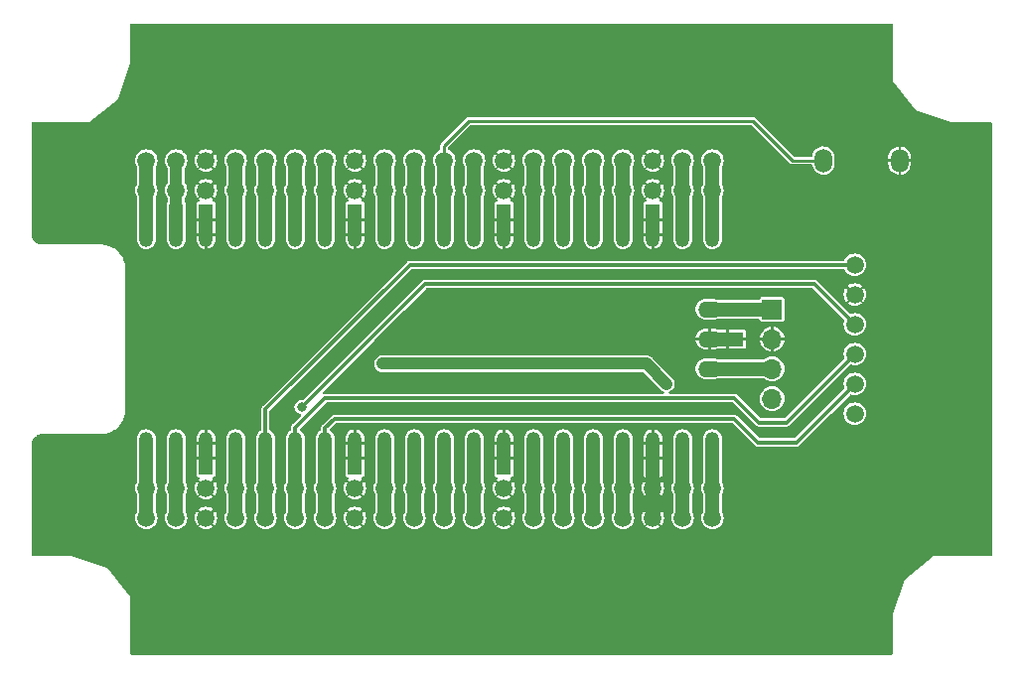
<source format=gtl>
G04 #@! TF.GenerationSoftware,KiCad,Pcbnew,7.0.1*
G04 #@! TF.CreationDate,2023-05-10T09:07:29+09:00*
G04 #@! TF.ProjectId,RPiPico_SimpleBoard,52506950-6963-46f5-9f53-696d706c6542,rev?*
G04 #@! TF.SameCoordinates,PX1496ff0PY1496ff0*
G04 #@! TF.FileFunction,Copper,L1,Top*
G04 #@! TF.FilePolarity,Positive*
%FSLAX46Y46*%
G04 Gerber Fmt 4.6, Leading zero omitted, Abs format (unit mm)*
G04 Created by KiCad (PCBNEW 7.0.1) date 2023-05-10 09:07:29*
%MOMM*%
%LPD*%
G01*
G04 APERTURE LIST*
G04 #@! TA.AperFunction,ComponentPad*
%ADD10C,1.500000*%
G04 #@! TD*
G04 #@! TA.AperFunction,ComponentPad*
%ADD11O,1.500000X2.000000*%
G04 #@! TD*
G04 #@! TA.AperFunction,SMDPad,CuDef*
%ADD12R,1.200000X2.800000*%
G04 #@! TD*
G04 #@! TA.AperFunction,ComponentPad*
%ADD13O,1.200000X2.000000*%
G04 #@! TD*
G04 #@! TA.AperFunction,ComponentPad*
%ADD14O,2.000000X1.400000*%
G04 #@! TD*
G04 #@! TA.AperFunction,SMDPad,CuDef*
%ADD15R,2.800000X1.200000*%
G04 #@! TD*
G04 #@! TA.AperFunction,ComponentPad*
%ADD16R,1.700000X1.700000*%
G04 #@! TD*
G04 #@! TA.AperFunction,ComponentPad*
%ADD17O,1.700000X1.700000*%
G04 #@! TD*
G04 #@! TA.AperFunction,ViaPad*
%ADD18C,0.800000*%
G04 #@! TD*
G04 #@! TA.AperFunction,Conductor*
%ADD19C,1.200000*%
G04 #@! TD*
G04 #@! TA.AperFunction,Conductor*
%ADD20C,0.300000*%
G04 #@! TD*
G04 #@! TA.AperFunction,Conductor*
%ADD21C,1.000000*%
G04 #@! TD*
G04 #@! TA.AperFunction,Conductor*
%ADD22C,0.250000*%
G04 #@! TD*
G04 APERTURE END LIST*
D10*
G04 #@! TO.P,J5,1,Pin_1*
G04 #@! TO.N,/GP3_SWDIO*
X36265000Y6350000D03*
G04 #@! TO.P,J5,2,Pin_2*
G04 #@! TO.N,GND*
X36265000Y3810000D03*
G04 #@! TO.P,J5,3,Pin_3*
G04 #@! TO.N,/GP2_SWCLK*
X36265000Y1270000D03*
G04 #@! TO.P,J5,4,Pin_4*
G04 #@! TO.N,/GP4_U1TX*
X36265000Y-1270000D03*
G04 #@! TO.P,J5,5,Pin_5*
G04 #@! TO.N,/GP5_U1RX*
X36265000Y-3810000D03*
G04 #@! TO.P,J5,6,Pin_6*
G04 #@! TO.N,/VSYS*
X36265000Y-6350000D03*
G04 #@! TD*
D11*
G04 #@! TO.P,SW1,1,1*
G04 #@! TO.N,/RUN*
X33580000Y15240000D03*
G04 #@! TO.P,SW1,2,2*
G04 #@! TO.N,GND*
X40080000Y15240000D03*
G04 #@! TD*
D12*
G04 #@! TO.P,U1,1,GP0/SPI0_RX/I2C0_SDA/UART0_TX*
G04 #@! TO.N,/GP0*
X-24130000Y-10160000D03*
D13*
X-24130000Y-8890000D03*
D12*
G04 #@! TO.P,U1,2,GP1/SPI0_CSn/I2C0_SCL/UART0_RX*
G04 #@! TO.N,/GP1*
X-21590000Y-10160000D03*
D13*
X-21590000Y-8890000D03*
D12*
G04 #@! TO.P,U1,3,GND*
G04 #@! TO.N,GND*
X-19050000Y-10160000D03*
D13*
X-19050000Y-8890000D03*
D12*
G04 #@! TO.P,U1,4,GP2/SPI0_SCK/I2C1_SDA*
G04 #@! TO.N,/GP2_SWCLK*
X-16510000Y-10160000D03*
D13*
X-16510000Y-8890000D03*
D12*
G04 #@! TO.P,U1,5,GP3/SPI0_TX/I2C1_SCL*
G04 #@! TO.N,/GP3_SWDIO*
X-13970000Y-10160000D03*
D13*
X-13970000Y-8890000D03*
D12*
G04 #@! TO.P,U1,6,GP4/SPI0_RX/I2C0_SDA/UART1_TX*
G04 #@! TO.N,/GP4_U1TX*
X-11430000Y-10160000D03*
D13*
X-11430000Y-8890000D03*
D12*
G04 #@! TO.P,U1,7,GP5/SPI0_CSn/I2C0_SCL/UART1_RX*
G04 #@! TO.N,/GP5_U1RX*
X-8890000Y-10160000D03*
D13*
X-8890000Y-8890000D03*
D12*
G04 #@! TO.P,U1,8,GND*
G04 #@! TO.N,GND*
X-6350000Y-10160000D03*
D13*
X-6350000Y-8890000D03*
D12*
G04 #@! TO.P,U1,9,GP6/SPI0_SCK/I2C1_SDA*
G04 #@! TO.N,/GP6*
X-3810000Y-10160000D03*
D13*
X-3810000Y-8890000D03*
D12*
G04 #@! TO.P,U1,10,GP7/SPI0_TX/I2C1_SCL*
G04 #@! TO.N,/GP7*
X-1270000Y-10160000D03*
D13*
X-1270000Y-8890000D03*
D12*
G04 #@! TO.P,U1,11,GP8/SPI1_RX/I2C0_SDA/UART1_TX*
G04 #@! TO.N,/GP8*
X1270000Y-10160000D03*
D13*
X1270000Y-8890000D03*
D12*
G04 #@! TO.P,U1,12,GP9/SPI1_CSn/I2C0_SCL/UART1_RX*
G04 #@! TO.N,/GP9*
X3810000Y-10160000D03*
D13*
X3810000Y-8890000D03*
D12*
G04 #@! TO.P,U1,13,GND*
G04 #@! TO.N,GND*
X6350000Y-10160000D03*
D13*
X6350000Y-8890000D03*
D12*
G04 #@! TO.P,U1,14,GP10/SPI1_SCK/I2C1_SDA*
G04 #@! TO.N,/GP10*
X8890000Y-10160000D03*
D13*
X8890000Y-8890000D03*
D12*
G04 #@! TO.P,U1,15,GP11/SPI1_TX/I2C1_SCL*
G04 #@! TO.N,/GP11*
X11430000Y-10160000D03*
D13*
X11430000Y-8890000D03*
D12*
G04 #@! TO.P,U1,16,GP12/SPI1_RX/I2C0_SDA/UART0_TX*
G04 #@! TO.N,/GP12*
X13970000Y-10160000D03*
D13*
X13970000Y-8890000D03*
D12*
G04 #@! TO.P,U1,17,GP13/SPI1_CSn/I2C0_SCL/UART0_RX*
G04 #@! TO.N,/GP13*
X16510000Y-10160000D03*
D13*
X16510000Y-8890000D03*
D12*
G04 #@! TO.P,U1,18,GND*
G04 #@! TO.N,GND*
X19050000Y-10160000D03*
D13*
X19050000Y-8890000D03*
D12*
G04 #@! TO.P,U1,19,GP14/SPI1_SCK/I2C1_SDA*
G04 #@! TO.N,/GP14*
X21590000Y-10160000D03*
D13*
X21590000Y-8890000D03*
D12*
G04 #@! TO.P,U1,20,GP15/SPI1_TX/I2C1_SCL*
G04 #@! TO.N,/GP15*
X24130000Y-10160000D03*
D13*
X24130000Y-8890000D03*
G04 #@! TO.P,U1,21,GP16/SPI0_RX/I2C0_SDA/UART0_TX*
G04 #@! TO.N,/GP16*
X24130000Y8890000D03*
D12*
X24130000Y10160000D03*
D13*
G04 #@! TO.P,U1,22,GP17/SPI0_CSn/I2C0_SCL/UART0_RX*
G04 #@! TO.N,/GP17*
X21590000Y8890000D03*
D12*
X21590000Y10160000D03*
D13*
G04 #@! TO.P,U1,23,GND*
G04 #@! TO.N,GND*
X19050000Y8890000D03*
D12*
X19050000Y10160000D03*
D13*
G04 #@! TO.P,U1,24,GP18/SPI0_SCK/I2C1_SDA*
G04 #@! TO.N,/GP18*
X16510000Y8890000D03*
D12*
X16510000Y10160000D03*
D13*
G04 #@! TO.P,U1,25,GP19/SPI0_TX/I2C1_SCL*
G04 #@! TO.N,/GP19*
X13970000Y8890000D03*
D12*
X13970000Y10160000D03*
D13*
G04 #@! TO.P,U1,26,GP20/I2C0_SDA*
G04 #@! TO.N,/GP20*
X11430000Y8890000D03*
D12*
X11430000Y10160000D03*
D13*
G04 #@! TO.P,U1,27,GP21/I2C0_SCL*
G04 #@! TO.N,/GP21*
X8890000Y8890000D03*
D12*
X8890000Y10160000D03*
D13*
G04 #@! TO.P,U1,28,GND*
G04 #@! TO.N,GND*
X6350000Y8890000D03*
D12*
X6350000Y10160000D03*
D13*
G04 #@! TO.P,U1,29,GP22*
G04 #@! TO.N,/GP22*
X3810000Y8890000D03*
D12*
X3810000Y10160000D03*
D13*
G04 #@! TO.P,U1,30,RUN*
G04 #@! TO.N,/RUN*
X1270000Y8890000D03*
D12*
X1270000Y10160000D03*
D13*
G04 #@! TO.P,U1,31,GP26/ADC0/I2C1_SDA*
G04 #@! TO.N,/GP26*
X-1270000Y8890000D03*
D12*
X-1270000Y10160000D03*
D13*
G04 #@! TO.P,U1,32,GP27/ADC1/I2C1_SCL*
G04 #@! TO.N,/GP27*
X-3810000Y8890000D03*
D12*
X-3810000Y10160000D03*
D13*
G04 #@! TO.P,U1,33,GND/AGND*
G04 #@! TO.N,GND*
X-6350000Y8890000D03*
D12*
X-6350000Y10160000D03*
D13*
G04 #@! TO.P,U1,34,GP28/ADC2*
G04 #@! TO.N,/GP28*
X-8890000Y8890000D03*
D12*
X-8890000Y10160000D03*
D13*
G04 #@! TO.P,U1,35,ADC_VREF*
G04 #@! TO.N,/ADC_VREF*
X-11430000Y8890000D03*
D12*
X-11430000Y10160000D03*
D13*
G04 #@! TO.P,U1,36,3V3_OUT*
G04 #@! TO.N,/3V3_OUT*
X-13970000Y8890000D03*
D12*
X-13970000Y10160000D03*
D13*
G04 #@! TO.P,U1,37,3V3_EN*
G04 #@! TO.N,/3V3_EN*
X-16510000Y8890000D03*
D12*
X-16510000Y10160000D03*
D13*
G04 #@! TO.P,U1,38,GND*
G04 #@! TO.N,GND*
X-19050000Y8890000D03*
D12*
X-19050000Y10160000D03*
D13*
G04 #@! TO.P,U1,39,VSYS*
G04 #@! TO.N,/VSYS*
X-21590000Y8890000D03*
D12*
X-21590000Y10160000D03*
D13*
G04 #@! TO.P,U1,40,VBUS*
G04 #@! TO.N,/VBUS*
X-24130000Y8890000D03*
D12*
X-24130000Y10160000D03*
D14*
G04 #@! TO.P,U1,41,SWCLK*
G04 #@! TO.N,/SWCLK*
X23900000Y-2540000D03*
D15*
X25400000Y-2540000D03*
D14*
G04 #@! TO.P,U1,42,GND*
G04 #@! TO.N,GND*
X23900000Y0D03*
D15*
X25400000Y0D03*
D14*
G04 #@! TO.P,U1,43,SWDIO*
G04 #@! TO.N,/SWDIO*
X23900000Y2540000D03*
D15*
X25400000Y2540000D03*
G04 #@! TD*
D10*
G04 #@! TO.P,J3,1,Pin_1*
G04 #@! TO.N,/VBUS*
X-24130000Y12700000D03*
G04 #@! TO.P,J3,2,Pin_2*
G04 #@! TO.N,/VSYS*
X-21590000Y12700000D03*
G04 #@! TO.P,J3,3,Pin_3*
G04 #@! TO.N,GND*
X-19050000Y12700000D03*
G04 #@! TO.P,J3,4,Pin_4*
G04 #@! TO.N,/3V3_EN*
X-16510000Y12700000D03*
G04 #@! TO.P,J3,5,Pin_5*
G04 #@! TO.N,/3V3_OUT*
X-13970000Y12700000D03*
G04 #@! TO.P,J3,6,Pin_6*
G04 #@! TO.N,/ADC_VREF*
X-11430000Y12700000D03*
G04 #@! TO.P,J3,7,Pin_7*
G04 #@! TO.N,/GP28*
X-8890000Y12700000D03*
G04 #@! TO.P,J3,8,Pin_8*
G04 #@! TO.N,GND*
X-6350000Y12700000D03*
G04 #@! TO.P,J3,9,Pin_9*
G04 #@! TO.N,/GP27*
X-3810000Y12700000D03*
G04 #@! TO.P,J3,10,Pin_10*
G04 #@! TO.N,/GP26*
X-1270000Y12700000D03*
G04 #@! TO.P,J3,11,Pin_11*
G04 #@! TO.N,/RUN*
X1270000Y12700000D03*
G04 #@! TO.P,J3,12,Pin_12*
G04 #@! TO.N,/GP22*
X3810000Y12700000D03*
G04 #@! TO.P,J3,13,Pin_13*
G04 #@! TO.N,GND*
X6350000Y12700000D03*
G04 #@! TO.P,J3,14,Pin_14*
G04 #@! TO.N,/GP21*
X8890000Y12700000D03*
G04 #@! TO.P,J3,15,Pin_15*
G04 #@! TO.N,/GP20*
X11430000Y12700000D03*
G04 #@! TO.P,J3,16,Pin_16*
G04 #@! TO.N,/GP19*
X13970000Y12700000D03*
G04 #@! TO.P,J3,17,Pin_17*
G04 #@! TO.N,/GP18*
X16510000Y12700000D03*
G04 #@! TO.P,J3,18,Pin_18*
G04 #@! TO.N,GND*
X19050000Y12700000D03*
G04 #@! TO.P,J3,19,Pin_19*
G04 #@! TO.N,/GP17*
X21590000Y12700000D03*
G04 #@! TO.P,J3,20,Pin_20*
G04 #@! TO.N,/GP16*
X24130000Y12700000D03*
G04 #@! TD*
G04 #@! TO.P,J1,1,Pin_1*
G04 #@! TO.N,/GP0*
X-24130000Y-15240000D03*
G04 #@! TO.P,J1,2,Pin_2*
G04 #@! TO.N,/GP1*
X-21590000Y-15240000D03*
G04 #@! TO.P,J1,3,Pin_3*
G04 #@! TO.N,GND*
X-19050000Y-15240000D03*
G04 #@! TO.P,J1,4,Pin_4*
G04 #@! TO.N,/GP2_SWCLK*
X-16510000Y-15240000D03*
G04 #@! TO.P,J1,5,Pin_5*
G04 #@! TO.N,/GP3_SWDIO*
X-13970000Y-15240000D03*
G04 #@! TO.P,J1,6,Pin_6*
G04 #@! TO.N,/GP4_U1TX*
X-11430000Y-15240000D03*
G04 #@! TO.P,J1,7,Pin_7*
G04 #@! TO.N,/GP5_U1RX*
X-8890000Y-15240000D03*
G04 #@! TO.P,J1,8,Pin_8*
G04 #@! TO.N,GND*
X-6350000Y-15240000D03*
G04 #@! TO.P,J1,9,Pin_9*
G04 #@! TO.N,/GP6*
X-3810000Y-15240000D03*
G04 #@! TO.P,J1,10,Pin_10*
G04 #@! TO.N,/GP7*
X-1270000Y-15240000D03*
G04 #@! TO.P,J1,11,Pin_11*
G04 #@! TO.N,/GP8*
X1270000Y-15240000D03*
G04 #@! TO.P,J1,12,Pin_12*
G04 #@! TO.N,/GP9*
X3810000Y-15240000D03*
G04 #@! TO.P,J1,13,Pin_13*
G04 #@! TO.N,GND*
X6350000Y-15240000D03*
G04 #@! TO.P,J1,14,Pin_14*
G04 #@! TO.N,/GP10*
X8890000Y-15240000D03*
G04 #@! TO.P,J1,15,Pin_15*
G04 #@! TO.N,/GP11*
X11430000Y-15240000D03*
G04 #@! TO.P,J1,16,Pin_16*
G04 #@! TO.N,/GP12*
X13970000Y-15240000D03*
G04 #@! TO.P,J1,17,Pin_17*
G04 #@! TO.N,/GP13*
X16510000Y-15240000D03*
G04 #@! TO.P,J1,18,Pin_18*
G04 #@! TO.N,GND*
X19050000Y-15240000D03*
G04 #@! TO.P,J1,19,Pin_19*
G04 #@! TO.N,/GP14*
X21590000Y-15240000D03*
G04 #@! TO.P,J1,20,Pin_20*
G04 #@! TO.N,/GP15*
X24130000Y-15240000D03*
G04 #@! TD*
G04 #@! TO.P,J2,1,Pin_1*
G04 #@! TO.N,/GP0*
X-24130000Y-12700000D03*
G04 #@! TO.P,J2,2,Pin_2*
G04 #@! TO.N,/GP1*
X-21590000Y-12700000D03*
G04 #@! TO.P,J2,3,Pin_3*
G04 #@! TO.N,GND*
X-19050000Y-12700000D03*
G04 #@! TO.P,J2,4,Pin_4*
G04 #@! TO.N,/GP2_SWCLK*
X-16510000Y-12700000D03*
G04 #@! TO.P,J2,5,Pin_5*
G04 #@! TO.N,/GP3_SWDIO*
X-13970000Y-12700000D03*
G04 #@! TO.P,J2,6,Pin_6*
G04 #@! TO.N,/GP4_U1TX*
X-11430000Y-12700000D03*
G04 #@! TO.P,J2,7,Pin_7*
G04 #@! TO.N,/GP5_U1RX*
X-8890000Y-12700000D03*
G04 #@! TO.P,J2,8,Pin_8*
G04 #@! TO.N,GND*
X-6350000Y-12700000D03*
G04 #@! TO.P,J2,9,Pin_9*
G04 #@! TO.N,/GP6*
X-3810000Y-12700000D03*
G04 #@! TO.P,J2,10,Pin_10*
G04 #@! TO.N,/GP7*
X-1270000Y-12700000D03*
G04 #@! TO.P,J2,11,Pin_11*
G04 #@! TO.N,/GP8*
X1270000Y-12700000D03*
G04 #@! TO.P,J2,12,Pin_12*
G04 #@! TO.N,/GP9*
X3810000Y-12700000D03*
G04 #@! TO.P,J2,13,Pin_13*
G04 #@! TO.N,GND*
X6350000Y-12700000D03*
G04 #@! TO.P,J2,14,Pin_14*
G04 #@! TO.N,/GP10*
X8890000Y-12700000D03*
G04 #@! TO.P,J2,15,Pin_15*
G04 #@! TO.N,/GP11*
X11430000Y-12700000D03*
G04 #@! TO.P,J2,16,Pin_16*
G04 #@! TO.N,/GP12*
X13970000Y-12700000D03*
G04 #@! TO.P,J2,17,Pin_17*
G04 #@! TO.N,/GP13*
X16510000Y-12700000D03*
G04 #@! TO.P,J2,18,Pin_18*
G04 #@! TO.N,GND*
X19050000Y-12700000D03*
G04 #@! TO.P,J2,19,Pin_19*
G04 #@! TO.N,/GP14*
X21590000Y-12700000D03*
G04 #@! TO.P,J2,20,Pin_20*
G04 #@! TO.N,/GP15*
X24130000Y-12700000D03*
G04 #@! TD*
G04 #@! TO.P,J4,1,Pin_1*
G04 #@! TO.N,/VBUS*
X-24130000Y15240000D03*
G04 #@! TO.P,J4,2,Pin_2*
G04 #@! TO.N,/VSYS*
X-21590000Y15240000D03*
G04 #@! TO.P,J4,3,Pin_3*
G04 #@! TO.N,GND*
X-19050000Y15240000D03*
G04 #@! TO.P,J4,4,Pin_4*
G04 #@! TO.N,/3V3_EN*
X-16510000Y15240000D03*
G04 #@! TO.P,J4,5,Pin_5*
G04 #@! TO.N,/3V3_OUT*
X-13970000Y15240000D03*
G04 #@! TO.P,J4,6,Pin_6*
G04 #@! TO.N,/ADC_VREF*
X-11430000Y15240000D03*
G04 #@! TO.P,J4,7,Pin_7*
G04 #@! TO.N,/GP28*
X-8890000Y15240000D03*
G04 #@! TO.P,J4,8,Pin_8*
G04 #@! TO.N,GND*
X-6350000Y15240000D03*
G04 #@! TO.P,J4,9,Pin_9*
G04 #@! TO.N,/GP27*
X-3810000Y15240000D03*
G04 #@! TO.P,J4,10,Pin_10*
G04 #@! TO.N,/GP26*
X-1270000Y15240000D03*
G04 #@! TO.P,J4,11,Pin_11*
G04 #@! TO.N,/RUN*
X1270000Y15240000D03*
G04 #@! TO.P,J4,12,Pin_12*
G04 #@! TO.N,/GP22*
X3810000Y15240000D03*
G04 #@! TO.P,J4,13,Pin_13*
G04 #@! TO.N,GND*
X6350000Y15240000D03*
G04 #@! TO.P,J4,14,Pin_14*
G04 #@! TO.N,/GP21*
X8890000Y15240000D03*
G04 #@! TO.P,J4,15,Pin_15*
G04 #@! TO.N,/GP20*
X11430000Y15240000D03*
G04 #@! TO.P,J4,16,Pin_16*
G04 #@! TO.N,/GP19*
X13970000Y15240000D03*
G04 #@! TO.P,J4,17,Pin_17*
G04 #@! TO.N,/GP18*
X16510000Y15240000D03*
G04 #@! TO.P,J4,18,Pin_18*
G04 #@! TO.N,GND*
X19050000Y15240000D03*
G04 #@! TO.P,J4,19,Pin_19*
G04 #@! TO.N,/GP17*
X21590000Y15240000D03*
G04 #@! TO.P,J4,20,Pin_20*
G04 #@! TO.N,/GP16*
X24130000Y15240000D03*
G04 #@! TD*
D16*
G04 #@! TO.P,J6,1,Pin_1*
G04 #@! TO.N,/SWDIO*
X29210000Y2540000D03*
D17*
G04 #@! TO.P,J6,2,Pin_2*
G04 #@! TO.N,GND*
X29210000Y0D03*
G04 #@! TO.P,J6,3,Pin_3*
G04 #@! TO.N,/SWCLK*
X29210000Y-2540000D03*
G04 #@! TO.P,J6,4,Pin_4*
G04 #@! TO.N,/VSYS*
X29210000Y-5080000D03*
G04 #@! TD*
D18*
G04 #@! TO.N,/GP2_SWCLK*
X-10900000Y-5800000D03*
G04 #@! TO.N,GND*
X-15000000Y25000000D03*
X30900000Y-7900000D03*
X28600000Y-7900000D03*
X45000000Y-15000000D03*
X18900000Y-4200000D03*
X-30000000Y10000000D03*
X10000000Y25000000D03*
X-12600000Y-3300000D03*
X34600000Y-7500000D03*
X32600000Y3800000D03*
X-5000000Y25000000D03*
X21900000Y-4000000D03*
X-30000000Y-15000000D03*
X-25000000Y-25000000D03*
X45000000Y0D03*
X-17800000Y-7500000D03*
X-8700000Y700000D03*
X5100000Y17800000D03*
X-15000000Y-25000000D03*
X-8900000Y-6400000D03*
X-8100000Y-4200000D03*
X-25000000Y25000000D03*
X-3300000Y-1000000D03*
X27200000Y3800000D03*
X-2900000Y6400000D03*
X-20000000Y-25000000D03*
X6300000Y3700000D03*
X35000000Y25000000D03*
X27200000Y-3900000D03*
X35000000Y-25000000D03*
X27200000Y19600000D03*
X15000000Y25000000D03*
X20000000Y-25000000D03*
X17900000Y-3300000D03*
X-200000Y7300000D03*
X18900000Y-5900000D03*
X-10000000Y-25000000D03*
X27200000Y17600000D03*
X0Y-25000000D03*
X-12700000Y-7700000D03*
X22300000Y3800000D03*
X6300000Y5500000D03*
X-20000000Y25000000D03*
X5000000Y25000000D03*
X-12300000Y-5600000D03*
X6300000Y-5900000D03*
X5000000Y-25000000D03*
X-7600000Y-7700000D03*
X6300000Y-3700000D03*
X-30000000Y-10000000D03*
X28100000Y-9700000D03*
X22300000Y-1400000D03*
X45000000Y-5000000D03*
X30900000Y-9700000D03*
X25000000Y25000000D03*
X10000000Y-25000000D03*
X-3600000Y-3300000D03*
X-18200000Y3500000D03*
X22300000Y1300000D03*
X-200000Y3700000D03*
X-15200000Y-7700000D03*
X45000000Y5000000D03*
X45000000Y-10000000D03*
X37600000Y0D03*
X-11000000Y-4500000D03*
X31400000Y14300000D03*
X-10000000Y25000000D03*
X30000000Y25000000D03*
X40000000Y-20000000D03*
X-6800000Y2500000D03*
X-8900000Y3600000D03*
X-30000000Y15000000D03*
X-5400000Y1100000D03*
X15000000Y-25000000D03*
X30000000Y-25000000D03*
X31400000Y16200000D03*
X-18400000Y1000000D03*
X-17000000Y-5400000D03*
X35100000Y0D03*
X25700000Y-7700000D03*
X-200000Y5500000D03*
X19000000Y5500000D03*
X-22800000Y5500000D03*
X0Y25000000D03*
X-7200000Y-700000D03*
X20000000Y25000000D03*
X-6300000Y-5900000D03*
X45000000Y10000000D03*
X6300000Y-700000D03*
X25000000Y-25000000D03*
X31100000Y-4000000D03*
X34300000Y7300000D03*
X-20400000Y5700000D03*
X45000000Y15000000D03*
X31000000Y3800000D03*
X-5800000Y-1900000D03*
X-5000000Y-25000000D03*
X-4200000Y-300000D03*
G04 #@! TO.N,/VSYS*
X20200000Y-3800000D03*
X-4000000Y-2100000D03*
G04 #@! TD*
D19*
G04 #@! TO.N,/GP0*
X-24130000Y-8890000D02*
X-24130000Y-15240000D01*
G04 #@! TO.N,/GP1*
X-21590000Y-15240000D02*
X-21590000Y-8890000D01*
D20*
G04 #@! TO.N,/GP2_SWCLK*
X36265000Y1270000D02*
X32835000Y4700000D01*
X32835000Y4700000D02*
X-400000Y4700000D01*
D19*
X-16510000Y-8890000D02*
X-16510000Y-15240000D01*
D20*
X-400000Y4700000D02*
X-10900000Y-5800000D01*
G04 #@! TO.N,/GP3_SWDIO*
X36265000Y6350000D02*
X-1650000Y6350000D01*
D19*
X-13970000Y-15240000D02*
X-13970000Y-8890000D01*
D20*
X-13970000Y-5970000D02*
X-13970000Y-8890000D01*
X-1650000Y6350000D02*
X-13970000Y-5970000D01*
D19*
G04 #@! TO.N,GND*
X19050000Y-8890000D02*
X19050000Y-15240000D01*
D20*
G04 #@! TO.N,/GP4_U1TX*
X26000000Y-5000000D02*
X-8900000Y-5000000D01*
D19*
X-11430000Y-8890000D02*
X-11430000Y-15240000D01*
D20*
X28100000Y-7100000D02*
X26000000Y-5000000D01*
X-8900000Y-5000000D02*
X-11430000Y-7530000D01*
X36265000Y-1270000D02*
X30435000Y-7100000D01*
D19*
X-11430000Y-8890000D02*
X-11430000Y-8830000D01*
D20*
X-11430000Y-7530000D02*
X-11430000Y-8890000D01*
X30435000Y-7100000D02*
X28100000Y-7100000D01*
G04 #@! TO.N,/GP5_U1RX*
X36265000Y-3810000D02*
X31275000Y-8800000D01*
D19*
X-8890000Y-8890000D02*
X-8890000Y-15240000D01*
D20*
X28000000Y-8800000D02*
X26000000Y-6800000D01*
X-8890000Y-7590000D02*
X-8890000Y-8890000D01*
X26000000Y-6800000D02*
X-8100000Y-6800000D01*
X31275000Y-8800000D02*
X28000000Y-8800000D01*
X-8100000Y-6800000D02*
X-8890000Y-7590000D01*
D19*
G04 #@! TO.N,/GP6*
X-3810000Y-8890000D02*
X-3810000Y-15240000D01*
G04 #@! TO.N,/GP7*
X-1270000Y-8890000D02*
X-1270000Y-15240000D01*
G04 #@! TO.N,/GP8*
X1270000Y-8890000D02*
X1270000Y-15240000D01*
G04 #@! TO.N,/GP9*
X3810000Y-8890000D02*
X3810000Y-15240000D01*
G04 #@! TO.N,/GP10*
X8890000Y-8890000D02*
X8890000Y-15240000D01*
G04 #@! TO.N,/GP11*
X11430000Y-8890000D02*
X11430000Y-15240000D01*
G04 #@! TO.N,/GP12*
X13970000Y-8890000D02*
X13970000Y-15240000D01*
G04 #@! TO.N,/GP13*
X16510000Y-8890000D02*
X16510000Y-15240000D01*
G04 #@! TO.N,/GP14*
X21590000Y-8890000D02*
X21590000Y-15240000D01*
G04 #@! TO.N,/GP15*
X24130000Y-8890000D02*
X24130000Y-15240000D01*
G04 #@! TO.N,/VBUS*
X-24130000Y8890000D02*
X-24130000Y15240000D01*
D21*
G04 #@! TO.N,/VSYS*
X20200000Y-3800000D02*
X18500000Y-2100000D01*
X-21590000Y8890000D02*
X-21590000Y15240000D01*
X18500000Y-2100000D02*
X-4000000Y-2100000D01*
D19*
G04 #@! TO.N,/3V3_EN*
X-16510000Y8890000D02*
X-16510000Y15240000D01*
G04 #@! TO.N,/3V3_OUT*
X-13970000Y15240000D02*
X-13970000Y8890000D01*
G04 #@! TO.N,/ADC_VREF*
X-11430000Y8890000D02*
X-11430000Y15240000D01*
G04 #@! TO.N,/GP28*
X-8890000Y15240000D02*
X-8890000Y8890000D01*
G04 #@! TO.N,/GP27*
X-3810000Y8890000D02*
X-3810000Y15240000D01*
G04 #@! TO.N,/GP26*
X-1270000Y8890000D02*
X-1270000Y15240000D01*
G04 #@! TO.N,/RUN*
X1270000Y8890000D02*
X1270000Y15240000D01*
D22*
X30960000Y15240000D02*
X33580000Y15240000D01*
X27600000Y18600000D02*
X30960000Y15240000D01*
X1270000Y16510000D02*
X1270000Y15240000D01*
X3360000Y18600000D02*
X27600000Y18600000D01*
X1270000Y16510000D02*
X3360000Y18600000D01*
D19*
G04 #@! TO.N,/GP22*
X3810000Y8890000D02*
X3810000Y15240000D01*
G04 #@! TO.N,/GP21*
X8890000Y8890000D02*
X8890000Y15240000D01*
G04 #@! TO.N,/GP20*
X11430000Y8890000D02*
X11430000Y15240000D01*
G04 #@! TO.N,/GP19*
X13970000Y8890000D02*
X13970000Y15240000D01*
G04 #@! TO.N,/GP18*
X16510000Y8890000D02*
X16510000Y15240000D01*
G04 #@! TO.N,/GP17*
X21590000Y8890000D02*
X21590000Y15240000D01*
G04 #@! TO.N,/GP16*
X24130000Y8890000D02*
X24130000Y15240000D01*
G04 #@! TO.N,/SWDIO*
X23900000Y2540000D02*
X29210000Y2540000D01*
G04 #@! TO.N,/SWCLK*
X23900000Y-2540000D02*
X29210000Y-2540000D01*
G04 #@! TD*
G04 #@! TA.AperFunction,Conductor*
G04 #@! TO.N,GND*
G36*
X39450500Y26911237D02*
G01*
X39486737Y26875000D01*
X39500000Y26825500D01*
X39500000Y22000000D01*
X41500000Y19500000D01*
X44500000Y18500000D01*
X47842653Y18500000D01*
X47892046Y18486798D01*
X47928266Y18450713D01*
X47941651Y18401370D01*
X47999768Y2819803D01*
X47999999Y2758097D01*
X48000000Y2757728D01*
X48000000Y-18401000D01*
X47986737Y-18450500D01*
X47950500Y-18486737D01*
X47901000Y-18500000D01*
X43000000Y-18500000D01*
X40499999Y-20500000D01*
X40000000Y-22000000D01*
X39500000Y-23500000D01*
X39500000Y-23500002D01*
X39500000Y-26825500D01*
X39486737Y-26875000D01*
X39450500Y-26911237D01*
X39401000Y-26924500D01*
X-25401000Y-26924500D01*
X-25450500Y-26911237D01*
X-25486737Y-26875000D01*
X-25500000Y-26825500D01*
X-25500000Y-22000000D01*
X-27500000Y-19499999D01*
X-29300001Y-18899999D01*
X-30500000Y-18500000D01*
X-30500002Y-18500000D01*
X-33825500Y-18500000D01*
X-33875000Y-18486737D01*
X-33911237Y-18450500D01*
X-33924500Y-18401000D01*
X-33924500Y-15240000D01*
X-25085099Y-15240000D01*
X-25066747Y-15426331D01*
X-25012396Y-15605501D01*
X-24924136Y-15770625D01*
X-24805357Y-15915357D01*
X-24660625Y-16034136D01*
X-24495501Y-16122396D01*
X-24316331Y-16176747D01*
X-24130000Y-16195099D01*
X-23943669Y-16176747D01*
X-23854084Y-16149571D01*
X-23764498Y-16122396D01*
X-23599376Y-16034137D01*
X-23531885Y-15978748D01*
X-23454643Y-15915357D01*
X-23335864Y-15770625D01*
X-23335862Y-15770623D01*
X-23247603Y-15605501D01*
X-23193252Y-15426329D01*
X-23174900Y-15240000D01*
X-22545099Y-15240000D01*
X-22526747Y-15426331D01*
X-22472396Y-15605501D01*
X-22384136Y-15770625D01*
X-22265357Y-15915357D01*
X-22120625Y-16034136D01*
X-21955501Y-16122396D01*
X-21776331Y-16176747D01*
X-21590000Y-16195099D01*
X-21403669Y-16176747D01*
X-21224499Y-16122396D01*
X-21059375Y-16034136D01*
X-20991886Y-15978749D01*
X-19647328Y-15978749D01*
X-19580349Y-16033716D01*
X-19415307Y-16121934D01*
X-19236232Y-16176255D01*
X-19050000Y-16194597D01*
X-18863769Y-16176255D01*
X-18684692Y-16121933D01*
X-18519656Y-16033719D01*
X-18452674Y-15978748D01*
X-19050001Y-15381421D01*
X-19647328Y-15978748D01*
X-19647328Y-15978749D01*
X-20991886Y-15978749D01*
X-20914643Y-15915357D01*
X-20795864Y-15770625D01*
X-20707604Y-15605501D01*
X-20653253Y-15426331D01*
X-20634901Y-15240000D01*
X-20004598Y-15240000D01*
X-19986256Y-15426231D01*
X-19931935Y-15605306D01*
X-19843717Y-15770349D01*
X-19788750Y-15837326D01*
X-19191423Y-15239999D01*
X-18908579Y-15239999D01*
X-18311252Y-15837326D01*
X-18256281Y-15770344D01*
X-18168067Y-15605308D01*
X-18113745Y-15426231D01*
X-18095403Y-15240000D01*
X-17465100Y-15240000D01*
X-17446748Y-15426329D01*
X-17392397Y-15605501D01*
X-17304138Y-15770623D01*
X-17304136Y-15770625D01*
X-17185357Y-15915357D01*
X-17108115Y-15978748D01*
X-17040624Y-16034137D01*
X-16875502Y-16122396D01*
X-16785916Y-16149571D01*
X-16696331Y-16176747D01*
X-16510000Y-16195099D01*
X-16323669Y-16176747D01*
X-16144499Y-16122396D01*
X-15979375Y-16034136D01*
X-15834643Y-15915357D01*
X-15715864Y-15770625D01*
X-15627604Y-15605501D01*
X-15573253Y-15426331D01*
X-15554901Y-15240000D01*
X-14925100Y-15240000D01*
X-14906748Y-15426329D01*
X-14852397Y-15605501D01*
X-14764138Y-15770623D01*
X-14764136Y-15770625D01*
X-14645357Y-15915357D01*
X-14568115Y-15978748D01*
X-14500624Y-16034137D01*
X-14335502Y-16122396D01*
X-14245916Y-16149571D01*
X-14156331Y-16176747D01*
X-13970000Y-16195099D01*
X-13783669Y-16176747D01*
X-13604499Y-16122396D01*
X-13439375Y-16034136D01*
X-13294643Y-15915357D01*
X-13175864Y-15770625D01*
X-13087604Y-15605501D01*
X-13033253Y-15426331D01*
X-13014901Y-15240000D01*
X-12385100Y-15240000D01*
X-12366748Y-15426329D01*
X-12312397Y-15605501D01*
X-12224138Y-15770623D01*
X-12224136Y-15770625D01*
X-12105357Y-15915357D01*
X-12028115Y-15978748D01*
X-11960624Y-16034137D01*
X-11795502Y-16122396D01*
X-11705916Y-16149571D01*
X-11616331Y-16176747D01*
X-11430000Y-16195099D01*
X-11243669Y-16176747D01*
X-11064499Y-16122396D01*
X-10899375Y-16034136D01*
X-10754643Y-15915357D01*
X-10635864Y-15770625D01*
X-10547604Y-15605501D01*
X-10493253Y-15426331D01*
X-10474901Y-15240000D01*
X-9845100Y-15240000D01*
X-9826748Y-15426329D01*
X-9772397Y-15605501D01*
X-9684138Y-15770623D01*
X-9684136Y-15770625D01*
X-9565357Y-15915357D01*
X-9488115Y-15978748D01*
X-9420624Y-16034137D01*
X-9255502Y-16122396D01*
X-9165916Y-16149571D01*
X-9076331Y-16176747D01*
X-8890000Y-16195099D01*
X-8703669Y-16176747D01*
X-8524499Y-16122396D01*
X-8359375Y-16034136D01*
X-8291886Y-15978749D01*
X-6947328Y-15978749D01*
X-6880349Y-16033716D01*
X-6715307Y-16121934D01*
X-6536232Y-16176255D01*
X-6350000Y-16194597D01*
X-6163769Y-16176255D01*
X-5984692Y-16121933D01*
X-5819656Y-16033719D01*
X-5752674Y-15978748D01*
X-6350001Y-15381421D01*
X-6947328Y-15978748D01*
X-6947328Y-15978749D01*
X-8291886Y-15978749D01*
X-8214643Y-15915357D01*
X-8095864Y-15770625D01*
X-8007604Y-15605501D01*
X-7953253Y-15426331D01*
X-7934901Y-15240000D01*
X-7934901Y-15239999D01*
X-7304598Y-15239999D01*
X-7286256Y-15426231D01*
X-7231935Y-15605306D01*
X-7143717Y-15770349D01*
X-7088750Y-15837326D01*
X-6491423Y-15239999D01*
X-6208579Y-15239999D01*
X-5611252Y-15837326D01*
X-5556281Y-15770344D01*
X-5468067Y-15605308D01*
X-5413745Y-15426231D01*
X-5395403Y-15240000D01*
X-4765100Y-15240000D01*
X-4746748Y-15426329D01*
X-4692397Y-15605501D01*
X-4604138Y-15770623D01*
X-4604136Y-15770625D01*
X-4485357Y-15915357D01*
X-4408115Y-15978748D01*
X-4340624Y-16034137D01*
X-4175502Y-16122396D01*
X-4085916Y-16149571D01*
X-3996331Y-16176747D01*
X-3810000Y-16195099D01*
X-3623669Y-16176747D01*
X-3444499Y-16122396D01*
X-3279375Y-16034136D01*
X-3134643Y-15915357D01*
X-3015864Y-15770625D01*
X-2927604Y-15605501D01*
X-2873253Y-15426331D01*
X-2854901Y-15240000D01*
X-2225100Y-15240000D01*
X-2206748Y-15426329D01*
X-2152397Y-15605501D01*
X-2064138Y-15770623D01*
X-2064136Y-15770625D01*
X-1945357Y-15915357D01*
X-1868115Y-15978748D01*
X-1800624Y-16034137D01*
X-1635502Y-16122396D01*
X-1545916Y-16149571D01*
X-1456331Y-16176747D01*
X-1270000Y-16195099D01*
X-1083669Y-16176747D01*
X-904499Y-16122396D01*
X-739375Y-16034136D01*
X-594643Y-15915357D01*
X-475864Y-15770625D01*
X-387604Y-15605501D01*
X-333253Y-15426331D01*
X-314901Y-15240000D01*
X314900Y-15240000D01*
X333252Y-15426329D01*
X387603Y-15605501D01*
X475862Y-15770623D01*
X475864Y-15770625D01*
X594643Y-15915357D01*
X671885Y-15978748D01*
X739376Y-16034137D01*
X904498Y-16122396D01*
X994084Y-16149571D01*
X1083669Y-16176747D01*
X1270000Y-16195099D01*
X1456331Y-16176747D01*
X1635501Y-16122396D01*
X1800625Y-16034136D01*
X1945357Y-15915357D01*
X2064136Y-15770625D01*
X2152396Y-15605501D01*
X2206747Y-15426331D01*
X2225099Y-15240000D01*
X2854900Y-15240000D01*
X2873252Y-15426329D01*
X2927603Y-15605501D01*
X3015862Y-15770623D01*
X3015864Y-15770625D01*
X3134643Y-15915357D01*
X3211885Y-15978748D01*
X3279376Y-16034137D01*
X3444498Y-16122396D01*
X3534084Y-16149571D01*
X3623669Y-16176747D01*
X3810000Y-16195099D01*
X3996331Y-16176747D01*
X4175501Y-16122396D01*
X4340625Y-16034136D01*
X4408114Y-15978749D01*
X5752672Y-15978749D01*
X5819651Y-16033716D01*
X5984693Y-16121934D01*
X6163768Y-16176255D01*
X6350000Y-16194597D01*
X6536231Y-16176255D01*
X6715308Y-16121933D01*
X6880344Y-16033719D01*
X6947326Y-15978748D01*
X6349999Y-15381421D01*
X5752672Y-15978748D01*
X5752672Y-15978749D01*
X4408114Y-15978749D01*
X4485357Y-15915357D01*
X4604136Y-15770625D01*
X4692396Y-15605501D01*
X4746747Y-15426331D01*
X4765099Y-15240000D01*
X4765099Y-15239999D01*
X5395402Y-15239999D01*
X5413744Y-15426231D01*
X5468065Y-15605306D01*
X5556283Y-15770349D01*
X5611250Y-15837326D01*
X6208577Y-15239999D01*
X6491421Y-15239999D01*
X7088748Y-15837326D01*
X7143719Y-15770344D01*
X7231933Y-15605308D01*
X7286255Y-15426231D01*
X7304597Y-15240000D01*
X7934900Y-15240000D01*
X7953252Y-15426329D01*
X8007603Y-15605501D01*
X8095862Y-15770623D01*
X8095864Y-15770625D01*
X8214643Y-15915357D01*
X8291885Y-15978748D01*
X8359376Y-16034137D01*
X8524498Y-16122396D01*
X8614084Y-16149571D01*
X8703669Y-16176747D01*
X8890000Y-16195099D01*
X9076331Y-16176747D01*
X9255501Y-16122396D01*
X9420625Y-16034136D01*
X9565357Y-15915357D01*
X9684136Y-15770625D01*
X9772396Y-15605501D01*
X9826747Y-15426331D01*
X9845099Y-15240000D01*
X9845099Y-15239999D01*
X10474900Y-15239999D01*
X10493252Y-15426329D01*
X10547603Y-15605501D01*
X10635862Y-15770623D01*
X10635864Y-15770625D01*
X10754643Y-15915357D01*
X10831885Y-15978748D01*
X10899376Y-16034137D01*
X11064498Y-16122396D01*
X11154084Y-16149571D01*
X11243669Y-16176747D01*
X11430000Y-16195099D01*
X11616331Y-16176747D01*
X11795501Y-16122396D01*
X11960625Y-16034136D01*
X12105357Y-15915357D01*
X12224136Y-15770625D01*
X12312396Y-15605501D01*
X12366747Y-15426331D01*
X12385099Y-15240000D01*
X12385099Y-15239999D01*
X13014900Y-15239999D01*
X13033252Y-15426329D01*
X13087603Y-15605501D01*
X13175862Y-15770623D01*
X13175864Y-15770625D01*
X13294643Y-15915357D01*
X13371885Y-15978748D01*
X13439376Y-16034137D01*
X13604498Y-16122396D01*
X13694084Y-16149571D01*
X13783669Y-16176747D01*
X13970000Y-16195099D01*
X14156331Y-16176747D01*
X14335501Y-16122396D01*
X14500625Y-16034136D01*
X14645357Y-15915357D01*
X14764136Y-15770625D01*
X14852396Y-15605501D01*
X14906747Y-15426331D01*
X14925099Y-15240000D01*
X14925099Y-15239999D01*
X15554900Y-15239999D01*
X15573252Y-15426329D01*
X15627603Y-15605501D01*
X15715862Y-15770623D01*
X15715864Y-15770625D01*
X15834643Y-15915357D01*
X15911885Y-15978748D01*
X15979376Y-16034137D01*
X16144498Y-16122396D01*
X16234084Y-16149571D01*
X16323669Y-16176747D01*
X16510000Y-16195099D01*
X16696331Y-16176747D01*
X16875501Y-16122396D01*
X17040625Y-16034136D01*
X17108114Y-15978749D01*
X18452672Y-15978749D01*
X18519651Y-16033716D01*
X18684693Y-16121934D01*
X18863768Y-16176255D01*
X19050000Y-16194597D01*
X19236231Y-16176255D01*
X19415308Y-16121933D01*
X19580344Y-16033719D01*
X19647326Y-15978748D01*
X19049999Y-15381421D01*
X18452672Y-15978748D01*
X18452672Y-15978749D01*
X17108114Y-15978749D01*
X17185357Y-15915357D01*
X17304136Y-15770625D01*
X17392396Y-15605501D01*
X17446747Y-15426331D01*
X17465099Y-15240000D01*
X17465099Y-15239999D01*
X18095402Y-15239999D01*
X18113744Y-15426231D01*
X18168065Y-15605306D01*
X18256283Y-15770349D01*
X18311250Y-15837326D01*
X18908577Y-15239999D01*
X19191421Y-15239999D01*
X19788748Y-15837326D01*
X19843719Y-15770344D01*
X19931933Y-15605308D01*
X19986255Y-15426231D01*
X20004597Y-15239999D01*
X20634900Y-15239999D01*
X20653252Y-15426329D01*
X20707603Y-15605501D01*
X20795862Y-15770623D01*
X20795864Y-15770625D01*
X20914643Y-15915357D01*
X20991885Y-15978748D01*
X21059376Y-16034137D01*
X21224498Y-16122396D01*
X21314084Y-16149571D01*
X21403669Y-16176747D01*
X21590000Y-16195099D01*
X21776331Y-16176747D01*
X21955501Y-16122396D01*
X22120625Y-16034136D01*
X22265357Y-15915357D01*
X22384136Y-15770625D01*
X22472396Y-15605501D01*
X22526747Y-15426331D01*
X22545099Y-15240000D01*
X22545099Y-15239999D01*
X23174900Y-15239999D01*
X23193252Y-15426329D01*
X23247603Y-15605501D01*
X23335862Y-15770623D01*
X23335864Y-15770625D01*
X23454643Y-15915357D01*
X23531885Y-15978748D01*
X23599376Y-16034137D01*
X23764498Y-16122396D01*
X23854084Y-16149571D01*
X23943669Y-16176747D01*
X24130000Y-16195099D01*
X24316331Y-16176747D01*
X24495501Y-16122396D01*
X24660625Y-16034136D01*
X24805357Y-15915357D01*
X24924136Y-15770625D01*
X25012396Y-15605501D01*
X25066747Y-15426331D01*
X25085099Y-15240000D01*
X25066747Y-15053669D01*
X25012396Y-14874499D01*
X25012396Y-14874498D01*
X24942190Y-14743151D01*
X24930500Y-14696483D01*
X24930500Y-13243517D01*
X24942190Y-13196849D01*
X25012396Y-13065501D01*
X25012455Y-13065306D01*
X25066747Y-12886331D01*
X25085099Y-12700000D01*
X25066747Y-12513669D01*
X25012396Y-12334499D01*
X25012396Y-12334498D01*
X24942190Y-12203151D01*
X24930500Y-12156483D01*
X24930500Y-8445049D01*
X24930500Y-8445046D01*
X24915368Y-8310745D01*
X24855789Y-8140478D01*
X24759816Y-7987738D01*
X24632262Y-7860184D01*
X24479522Y-7764211D01*
X24444754Y-7752045D01*
X24309258Y-7704632D01*
X24130000Y-7684435D01*
X23950741Y-7704632D01*
X23780480Y-7764210D01*
X23780478Y-7764210D01*
X23780478Y-7764211D01*
X23733171Y-7793936D01*
X23627739Y-7860183D01*
X23500183Y-7987739D01*
X23404210Y-8140480D01*
X23344632Y-8310741D01*
X23336743Y-8380762D01*
X23329848Y-8441964D01*
X23329500Y-8445049D01*
X23329500Y-12156483D01*
X23317810Y-12203151D01*
X23247603Y-12334498D01*
X23193252Y-12513670D01*
X23174900Y-12700000D01*
X23193252Y-12886329D01*
X23247603Y-13065501D01*
X23317810Y-13196849D01*
X23329500Y-13243517D01*
X23329500Y-14696483D01*
X23317810Y-14743151D01*
X23247603Y-14874498D01*
X23193252Y-15053670D01*
X23174900Y-15239999D01*
X22545099Y-15239999D01*
X22526747Y-15053669D01*
X22472396Y-14874499D01*
X22472396Y-14874498D01*
X22402190Y-14743151D01*
X22390500Y-14696483D01*
X22390500Y-13243517D01*
X22402190Y-13196849D01*
X22472396Y-13065501D01*
X22472455Y-13065306D01*
X22526747Y-12886331D01*
X22545099Y-12700000D01*
X22526747Y-12513669D01*
X22472396Y-12334499D01*
X22472396Y-12334498D01*
X22402190Y-12203151D01*
X22390500Y-12156483D01*
X22390500Y-8445049D01*
X22390500Y-8445046D01*
X22375368Y-8310745D01*
X22315789Y-8140478D01*
X22219816Y-7987738D01*
X22092262Y-7860184D01*
X21939522Y-7764211D01*
X21904754Y-7752045D01*
X21769258Y-7704632D01*
X21590000Y-7684435D01*
X21410741Y-7704632D01*
X21240480Y-7764210D01*
X21240478Y-7764210D01*
X21240478Y-7764211D01*
X21193171Y-7793936D01*
X21087739Y-7860183D01*
X20960183Y-7987739D01*
X20864210Y-8140480D01*
X20804632Y-8310741D01*
X20796743Y-8380762D01*
X20789848Y-8441964D01*
X20789500Y-8445049D01*
X20789500Y-12156483D01*
X20777810Y-12203151D01*
X20707603Y-12334498D01*
X20653252Y-12513670D01*
X20634900Y-12700000D01*
X20653252Y-12886329D01*
X20707603Y-13065501D01*
X20777810Y-13196849D01*
X20789500Y-13243517D01*
X20789500Y-14696483D01*
X20777810Y-14743151D01*
X20707603Y-14874498D01*
X20653252Y-15053670D01*
X20634900Y-15239999D01*
X20004597Y-15239999D01*
X19986255Y-15053768D01*
X19931934Y-14874693D01*
X19843716Y-14709651D01*
X19788748Y-14642672D01*
X19191421Y-15239999D01*
X18908577Y-15239999D01*
X18311250Y-14642672D01*
X18256282Y-14709654D01*
X18168065Y-14874693D01*
X18113744Y-15053768D01*
X18095402Y-15239999D01*
X17465099Y-15239999D01*
X17446747Y-15053669D01*
X17392396Y-14874499D01*
X17392396Y-14874498D01*
X17322190Y-14743151D01*
X17310500Y-14696483D01*
X17310500Y-14501250D01*
X18452672Y-14501250D01*
X19049999Y-15098577D01*
X19647326Y-14501250D01*
X19580349Y-14446283D01*
X19415306Y-14358065D01*
X19236231Y-14303744D01*
X19050000Y-14285402D01*
X18863768Y-14303744D01*
X18684693Y-14358065D01*
X18519654Y-14446282D01*
X18452672Y-14501250D01*
X17310500Y-14501250D01*
X17310500Y-13438749D01*
X18452672Y-13438749D01*
X18519651Y-13493716D01*
X18684693Y-13581934D01*
X18863768Y-13636255D01*
X19050000Y-13654597D01*
X19236231Y-13636255D01*
X19415308Y-13581933D01*
X19580344Y-13493719D01*
X19647326Y-13438748D01*
X19049999Y-12841421D01*
X18452672Y-13438748D01*
X18452672Y-13438749D01*
X17310500Y-13438749D01*
X17310500Y-13243517D01*
X17322190Y-13196849D01*
X17392396Y-13065501D01*
X17392455Y-13065306D01*
X17446747Y-12886331D01*
X17465099Y-12700000D01*
X18095402Y-12700000D01*
X18113744Y-12886231D01*
X18168065Y-13065306D01*
X18256283Y-13230349D01*
X18311250Y-13297326D01*
X18908577Y-12699999D01*
X19191421Y-12699999D01*
X19788748Y-13297326D01*
X19843719Y-13230344D01*
X19931933Y-13065308D01*
X19986255Y-12886231D01*
X20004597Y-12700000D01*
X19986255Y-12513768D01*
X19931934Y-12334693D01*
X19843716Y-12169651D01*
X19788748Y-12102672D01*
X19191421Y-12699999D01*
X18908577Y-12699999D01*
X18311250Y-12102672D01*
X18256282Y-12169654D01*
X18168065Y-12334693D01*
X18113744Y-12513768D01*
X18095402Y-12700000D01*
X17465099Y-12700000D01*
X17446747Y-12513669D01*
X17392396Y-12334499D01*
X17392396Y-12334498D01*
X17322190Y-12203151D01*
X17310500Y-12156483D01*
X17310500Y-11579697D01*
X18250000Y-11579697D01*
X18261604Y-11638036D01*
X18305807Y-11704192D01*
X18371963Y-11748395D01*
X18439865Y-11761902D01*
X18439115Y-11765671D01*
X18478217Y-11778059D01*
X18514425Y-11825649D01*
X18516625Y-11885406D01*
X18484015Y-11935529D01*
X18452672Y-11961250D01*
X19049999Y-12558577D01*
X19647326Y-11961250D01*
X19615983Y-11935528D01*
X19583374Y-11885405D01*
X19585575Y-11825648D01*
X19621783Y-11778059D01*
X19660884Y-11765671D01*
X19660135Y-11761902D01*
X19728036Y-11748395D01*
X19794192Y-11704192D01*
X19838395Y-11638036D01*
X19850000Y-11579697D01*
X19850000Y-10260001D01*
X19849999Y-10260000D01*
X18250001Y-10260000D01*
X18250000Y-10260001D01*
X18250000Y-11579697D01*
X17310500Y-11579697D01*
X17310500Y-10059999D01*
X18250000Y-10059999D01*
X18250001Y-10060000D01*
X19849999Y-10060000D01*
X19850000Y-10059999D01*
X19850000Y-8990001D01*
X19849999Y-8990000D01*
X18250001Y-8990000D01*
X18250000Y-8990001D01*
X18250000Y-10059999D01*
X17310500Y-10059999D01*
X17310500Y-8789999D01*
X18250000Y-8789999D01*
X18250001Y-8790000D01*
X18949999Y-8790000D01*
X18950000Y-8789999D01*
X18950000Y-7696207D01*
X19150000Y-7696207D01*
X19150000Y-8789999D01*
X19150001Y-8790000D01*
X19849999Y-8790000D01*
X19850000Y-8789999D01*
X19850000Y-8445078D01*
X19834876Y-8310853D01*
X19775336Y-8140699D01*
X19679423Y-7988053D01*
X19551946Y-7860576D01*
X19399300Y-7764663D01*
X19229146Y-7705123D01*
X19150000Y-7696207D01*
X18950000Y-7696207D01*
X18870853Y-7705123D01*
X18700699Y-7764663D01*
X18548053Y-7860576D01*
X18420576Y-7988053D01*
X18324663Y-8140699D01*
X18265123Y-8310853D01*
X18250000Y-8445078D01*
X18250000Y-8789999D01*
X17310500Y-8789999D01*
X17310500Y-8445049D01*
X17310500Y-8445046D01*
X17295368Y-8310745D01*
X17235789Y-8140478D01*
X17139816Y-7987738D01*
X17012262Y-7860184D01*
X16859522Y-7764211D01*
X16824754Y-7752045D01*
X16689258Y-7704632D01*
X16510000Y-7684435D01*
X16330741Y-7704632D01*
X16160480Y-7764210D01*
X16160478Y-7764210D01*
X16160478Y-7764211D01*
X16113171Y-7793936D01*
X16007739Y-7860183D01*
X15880183Y-7987739D01*
X15784210Y-8140480D01*
X15724632Y-8310741D01*
X15716743Y-8380762D01*
X15709848Y-8441964D01*
X15709500Y-8445049D01*
X15709500Y-12156483D01*
X15697810Y-12203151D01*
X15627603Y-12334498D01*
X15573252Y-12513670D01*
X15554900Y-12700000D01*
X15573252Y-12886329D01*
X15627603Y-13065501D01*
X15697810Y-13196849D01*
X15709500Y-13243517D01*
X15709500Y-14696483D01*
X15697810Y-14743151D01*
X15627603Y-14874498D01*
X15573252Y-15053670D01*
X15554900Y-15239999D01*
X14925099Y-15239999D01*
X14906747Y-15053669D01*
X14852396Y-14874499D01*
X14852396Y-14874498D01*
X14782190Y-14743151D01*
X14770500Y-14696483D01*
X14770500Y-13243517D01*
X14782190Y-13196849D01*
X14852396Y-13065501D01*
X14852455Y-13065306D01*
X14906747Y-12886331D01*
X14925099Y-12700000D01*
X14906747Y-12513669D01*
X14852396Y-12334499D01*
X14852396Y-12334498D01*
X14782190Y-12203151D01*
X14770500Y-12156483D01*
X14770500Y-8445049D01*
X14770500Y-8445046D01*
X14755368Y-8310745D01*
X14695789Y-8140478D01*
X14599816Y-7987738D01*
X14472262Y-7860184D01*
X14319522Y-7764211D01*
X14284754Y-7752045D01*
X14149258Y-7704632D01*
X13970000Y-7684435D01*
X13790741Y-7704632D01*
X13620480Y-7764210D01*
X13620478Y-7764210D01*
X13620478Y-7764211D01*
X13573171Y-7793936D01*
X13467739Y-7860183D01*
X13340183Y-7987739D01*
X13244210Y-8140480D01*
X13184632Y-8310741D01*
X13176743Y-8380762D01*
X13169848Y-8441964D01*
X13169500Y-8445049D01*
X13169500Y-12156483D01*
X13157810Y-12203151D01*
X13087603Y-12334498D01*
X13033252Y-12513670D01*
X13014900Y-12700000D01*
X13033252Y-12886329D01*
X13087603Y-13065501D01*
X13157810Y-13196849D01*
X13169500Y-13243517D01*
X13169500Y-14696483D01*
X13157810Y-14743151D01*
X13087603Y-14874498D01*
X13033252Y-15053670D01*
X13014900Y-15239999D01*
X12385099Y-15239999D01*
X12366747Y-15053669D01*
X12312396Y-14874499D01*
X12312396Y-14874498D01*
X12242190Y-14743151D01*
X12230500Y-14696483D01*
X12230500Y-13243517D01*
X12242190Y-13196849D01*
X12312396Y-13065501D01*
X12312455Y-13065306D01*
X12366747Y-12886331D01*
X12385099Y-12700000D01*
X12366747Y-12513669D01*
X12312396Y-12334499D01*
X12312396Y-12334498D01*
X12242190Y-12203151D01*
X12230500Y-12156483D01*
X12230500Y-8445049D01*
X12230500Y-8445046D01*
X12215368Y-8310745D01*
X12155789Y-8140478D01*
X12059816Y-7987738D01*
X11932262Y-7860184D01*
X11779522Y-7764211D01*
X11744754Y-7752045D01*
X11609258Y-7704632D01*
X11430000Y-7684435D01*
X11250741Y-7704632D01*
X11080480Y-7764210D01*
X11080478Y-7764210D01*
X11080478Y-7764211D01*
X11033171Y-7793936D01*
X10927739Y-7860183D01*
X10800183Y-7987739D01*
X10704210Y-8140480D01*
X10644632Y-8310741D01*
X10636743Y-8380762D01*
X10629848Y-8441964D01*
X10629500Y-8445049D01*
X10629500Y-12156483D01*
X10617810Y-12203151D01*
X10547603Y-12334498D01*
X10493252Y-12513670D01*
X10474900Y-12700000D01*
X10493252Y-12886329D01*
X10547603Y-13065501D01*
X10617810Y-13196849D01*
X10629500Y-13243517D01*
X10629500Y-14696483D01*
X10617810Y-14743151D01*
X10547603Y-14874498D01*
X10493252Y-15053670D01*
X10474900Y-15239999D01*
X9845099Y-15239999D01*
X9826747Y-15053669D01*
X9772396Y-14874499D01*
X9772396Y-14874498D01*
X9702190Y-14743151D01*
X9690500Y-14696483D01*
X9690500Y-13243517D01*
X9702190Y-13196849D01*
X9772396Y-13065501D01*
X9772455Y-13065306D01*
X9826747Y-12886331D01*
X9845099Y-12700000D01*
X9826747Y-12513669D01*
X9772396Y-12334499D01*
X9772396Y-12334498D01*
X9702190Y-12203151D01*
X9690500Y-12156483D01*
X9690500Y-8445049D01*
X9690500Y-8445046D01*
X9675368Y-8310745D01*
X9615789Y-8140478D01*
X9519816Y-7987738D01*
X9392262Y-7860184D01*
X9239522Y-7764211D01*
X9204754Y-7752045D01*
X9069258Y-7704632D01*
X8890000Y-7684435D01*
X8710741Y-7704632D01*
X8540480Y-7764210D01*
X8540478Y-7764210D01*
X8540478Y-7764211D01*
X8493171Y-7793936D01*
X8387739Y-7860183D01*
X8260183Y-7987739D01*
X8164210Y-8140480D01*
X8104632Y-8310741D01*
X8096743Y-8380762D01*
X8089848Y-8441964D01*
X8089500Y-8445049D01*
X8089500Y-12156483D01*
X8077810Y-12203151D01*
X8007603Y-12334498D01*
X7953252Y-12513670D01*
X7934900Y-12700000D01*
X7953252Y-12886329D01*
X8007603Y-13065501D01*
X8077810Y-13196849D01*
X8089500Y-13243517D01*
X8089500Y-14696483D01*
X8077810Y-14743151D01*
X8007603Y-14874498D01*
X7953252Y-15053670D01*
X7934900Y-15240000D01*
X7304597Y-15240000D01*
X7304597Y-15239999D01*
X7286255Y-15053768D01*
X7231934Y-14874693D01*
X7143716Y-14709651D01*
X7088748Y-14642672D01*
X6491421Y-15239999D01*
X6208577Y-15239999D01*
X5611250Y-14642672D01*
X5556282Y-14709654D01*
X5468065Y-14874693D01*
X5413744Y-15053768D01*
X5395402Y-15239999D01*
X4765099Y-15239999D01*
X4746747Y-15053669D01*
X4692396Y-14874499D01*
X4692396Y-14874498D01*
X4622190Y-14743151D01*
X4610500Y-14696483D01*
X4610500Y-14501250D01*
X5752672Y-14501250D01*
X6349999Y-15098577D01*
X6947326Y-14501250D01*
X6880349Y-14446283D01*
X6715306Y-14358065D01*
X6536231Y-14303744D01*
X6350000Y-14285402D01*
X6163768Y-14303744D01*
X5984693Y-14358065D01*
X5819654Y-14446282D01*
X5752672Y-14501250D01*
X4610500Y-14501250D01*
X4610500Y-13438749D01*
X5752672Y-13438749D01*
X5819651Y-13493716D01*
X5984693Y-13581934D01*
X6163768Y-13636255D01*
X6350000Y-13654597D01*
X6536231Y-13636255D01*
X6715308Y-13581933D01*
X6880344Y-13493719D01*
X6947326Y-13438748D01*
X6349999Y-12841421D01*
X5752672Y-13438748D01*
X5752672Y-13438749D01*
X4610500Y-13438749D01*
X4610500Y-13243517D01*
X4622190Y-13196849D01*
X4692396Y-13065501D01*
X4692455Y-13065306D01*
X4746747Y-12886331D01*
X4765099Y-12700000D01*
X4765099Y-12699999D01*
X5395402Y-12699999D01*
X5413744Y-12886231D01*
X5468065Y-13065306D01*
X5556283Y-13230349D01*
X5611250Y-13297326D01*
X6208577Y-12699999D01*
X6491421Y-12699999D01*
X7088748Y-13297326D01*
X7143719Y-13230344D01*
X7231933Y-13065308D01*
X7286255Y-12886231D01*
X7304597Y-12699999D01*
X7286255Y-12513768D01*
X7231934Y-12334693D01*
X7143716Y-12169651D01*
X7088748Y-12102672D01*
X6491421Y-12699999D01*
X6208577Y-12699999D01*
X5611250Y-12102672D01*
X5556282Y-12169654D01*
X5468065Y-12334693D01*
X5413744Y-12513768D01*
X5395402Y-12699999D01*
X4765099Y-12699999D01*
X4746747Y-12513669D01*
X4692396Y-12334499D01*
X4692396Y-12334498D01*
X4622190Y-12203151D01*
X4610500Y-12156483D01*
X4610500Y-11579697D01*
X5550000Y-11579697D01*
X5561604Y-11638036D01*
X5605807Y-11704192D01*
X5671963Y-11748395D01*
X5739865Y-11761902D01*
X5739115Y-11765671D01*
X5778217Y-11778059D01*
X5814425Y-11825649D01*
X5816625Y-11885406D01*
X5784015Y-11935529D01*
X5752672Y-11961250D01*
X6349999Y-12558577D01*
X6947326Y-11961250D01*
X6915983Y-11935528D01*
X6883374Y-11885405D01*
X6885575Y-11825648D01*
X6921783Y-11778059D01*
X6960884Y-11765671D01*
X6960135Y-11761902D01*
X7028036Y-11748395D01*
X7094192Y-11704192D01*
X7138395Y-11638036D01*
X7150000Y-11579697D01*
X7150000Y-10260001D01*
X7149999Y-10260000D01*
X5550001Y-10260000D01*
X5550000Y-10260001D01*
X5550000Y-11579697D01*
X4610500Y-11579697D01*
X4610500Y-10059999D01*
X5550000Y-10059999D01*
X5550001Y-10060000D01*
X7149999Y-10060000D01*
X7150000Y-10059999D01*
X7150000Y-8990001D01*
X7149999Y-8990000D01*
X5550001Y-8990000D01*
X5550000Y-8990001D01*
X5550000Y-10059999D01*
X4610500Y-10059999D01*
X4610500Y-8789999D01*
X5550000Y-8789999D01*
X5550001Y-8790000D01*
X6249999Y-8790000D01*
X6250000Y-8789999D01*
X6250000Y-7696207D01*
X6450000Y-7696207D01*
X6450000Y-8789999D01*
X6450001Y-8790000D01*
X7149999Y-8790000D01*
X7150000Y-8789999D01*
X7150000Y-8445078D01*
X7134876Y-8310853D01*
X7075336Y-8140699D01*
X6979423Y-7988053D01*
X6851946Y-7860576D01*
X6699300Y-7764663D01*
X6529146Y-7705123D01*
X6450000Y-7696207D01*
X6250000Y-7696207D01*
X6170853Y-7705123D01*
X6000699Y-7764663D01*
X5848053Y-7860576D01*
X5720576Y-7988053D01*
X5624663Y-8140699D01*
X5565123Y-8310853D01*
X5550000Y-8445078D01*
X5550000Y-8789999D01*
X4610500Y-8789999D01*
X4610500Y-8445049D01*
X4610500Y-8445046D01*
X4595368Y-8310745D01*
X4535789Y-8140478D01*
X4439816Y-7987738D01*
X4312262Y-7860184D01*
X4159522Y-7764211D01*
X4124754Y-7752045D01*
X3989258Y-7704632D01*
X3810000Y-7684435D01*
X3630741Y-7704632D01*
X3460480Y-7764210D01*
X3460478Y-7764210D01*
X3460478Y-7764211D01*
X3413171Y-7793936D01*
X3307739Y-7860183D01*
X3180183Y-7987739D01*
X3084210Y-8140480D01*
X3024632Y-8310741D01*
X3016743Y-8380762D01*
X3009848Y-8441964D01*
X3009500Y-8445049D01*
X3009500Y-12156483D01*
X2997810Y-12203151D01*
X2927603Y-12334498D01*
X2873252Y-12513670D01*
X2854900Y-12700000D01*
X2873252Y-12886329D01*
X2927603Y-13065501D01*
X2997810Y-13196849D01*
X3009500Y-13243517D01*
X3009500Y-14696483D01*
X2997810Y-14743151D01*
X2927603Y-14874498D01*
X2873252Y-15053670D01*
X2854900Y-15240000D01*
X2225099Y-15240000D01*
X2206747Y-15053669D01*
X2152396Y-14874499D01*
X2152396Y-14874498D01*
X2082190Y-14743151D01*
X2070500Y-14696483D01*
X2070500Y-13243517D01*
X2082190Y-13196849D01*
X2152396Y-13065501D01*
X2152455Y-13065306D01*
X2206747Y-12886331D01*
X2225099Y-12700000D01*
X2206747Y-12513669D01*
X2152396Y-12334499D01*
X2152396Y-12334498D01*
X2082190Y-12203151D01*
X2070500Y-12156483D01*
X2070500Y-8445049D01*
X2070500Y-8445046D01*
X2055368Y-8310745D01*
X1995789Y-8140478D01*
X1899816Y-7987738D01*
X1772262Y-7860184D01*
X1619522Y-7764211D01*
X1584754Y-7752045D01*
X1449258Y-7704632D01*
X1270000Y-7684435D01*
X1090741Y-7704632D01*
X920480Y-7764210D01*
X920478Y-7764210D01*
X920478Y-7764211D01*
X873171Y-7793936D01*
X767739Y-7860183D01*
X640183Y-7987739D01*
X544210Y-8140480D01*
X484632Y-8310741D01*
X476743Y-8380762D01*
X469848Y-8441964D01*
X469500Y-8445049D01*
X469500Y-12156483D01*
X457810Y-12203151D01*
X387603Y-12334498D01*
X333252Y-12513670D01*
X314900Y-12700000D01*
X333252Y-12886329D01*
X387603Y-13065501D01*
X457810Y-13196849D01*
X469500Y-13243517D01*
X469500Y-14696483D01*
X457810Y-14743151D01*
X387603Y-14874498D01*
X333252Y-15053670D01*
X314900Y-15240000D01*
X-314901Y-15240000D01*
X-333253Y-15053669D01*
X-387604Y-14874499D01*
X-387604Y-14874498D01*
X-457810Y-14743151D01*
X-469500Y-14696483D01*
X-469500Y-13243517D01*
X-457810Y-13196849D01*
X-387604Y-13065501D01*
X-387545Y-13065306D01*
X-333253Y-12886331D01*
X-314901Y-12700000D01*
X-333253Y-12513669D01*
X-387604Y-12334499D01*
X-387604Y-12334498D01*
X-457810Y-12203151D01*
X-469500Y-12156483D01*
X-469500Y-8445049D01*
X-469500Y-8445046D01*
X-484632Y-8310745D01*
X-544211Y-8140478D01*
X-640184Y-7987738D01*
X-767738Y-7860184D01*
X-920478Y-7764211D01*
X-955246Y-7752045D01*
X-1090742Y-7704632D01*
X-1270000Y-7684435D01*
X-1449259Y-7704632D01*
X-1619520Y-7764210D01*
X-1619522Y-7764210D01*
X-1619522Y-7764211D01*
X-1666829Y-7793936D01*
X-1772261Y-7860183D01*
X-1899817Y-7987739D01*
X-1995790Y-8140480D01*
X-2055368Y-8310741D01*
X-2063257Y-8380762D01*
X-2070152Y-8441964D01*
X-2070500Y-8445049D01*
X-2070500Y-12156483D01*
X-2082190Y-12203151D01*
X-2152397Y-12334498D01*
X-2206748Y-12513670D01*
X-2225100Y-12700000D01*
X-2206748Y-12886329D01*
X-2152397Y-13065501D01*
X-2082190Y-13196849D01*
X-2070500Y-13243517D01*
X-2070500Y-14696483D01*
X-2082190Y-14743151D01*
X-2152397Y-14874498D01*
X-2206748Y-15053670D01*
X-2225100Y-15240000D01*
X-2854901Y-15240000D01*
X-2873253Y-15053669D01*
X-2927604Y-14874499D01*
X-2927604Y-14874498D01*
X-2997810Y-14743151D01*
X-3009500Y-14696483D01*
X-3009500Y-13243517D01*
X-2997810Y-13196849D01*
X-2927604Y-13065501D01*
X-2927545Y-13065306D01*
X-2873253Y-12886331D01*
X-2854901Y-12700000D01*
X-2873253Y-12513669D01*
X-2927604Y-12334499D01*
X-2927604Y-12334498D01*
X-2997810Y-12203151D01*
X-3009500Y-12156483D01*
X-3009500Y-8445049D01*
X-3009500Y-8445046D01*
X-3024632Y-8310745D01*
X-3084211Y-8140478D01*
X-3180184Y-7987738D01*
X-3307738Y-7860184D01*
X-3460478Y-7764211D01*
X-3495246Y-7752045D01*
X-3630742Y-7704632D01*
X-3810000Y-7684435D01*
X-3989259Y-7704632D01*
X-4159520Y-7764210D01*
X-4159522Y-7764210D01*
X-4159522Y-7764211D01*
X-4206829Y-7793936D01*
X-4312261Y-7860183D01*
X-4439817Y-7987739D01*
X-4535790Y-8140480D01*
X-4595368Y-8310741D01*
X-4603257Y-8380762D01*
X-4610152Y-8441964D01*
X-4610500Y-8445049D01*
X-4610500Y-12156483D01*
X-4622190Y-12203151D01*
X-4692397Y-12334498D01*
X-4746748Y-12513670D01*
X-4765100Y-12700000D01*
X-4746748Y-12886329D01*
X-4692397Y-13065501D01*
X-4622190Y-13196849D01*
X-4610500Y-13243517D01*
X-4610500Y-14696483D01*
X-4622190Y-14743151D01*
X-4692397Y-14874498D01*
X-4746748Y-15053670D01*
X-4765100Y-15240000D01*
X-5395403Y-15240000D01*
X-5413745Y-15053768D01*
X-5468066Y-14874693D01*
X-5556284Y-14709651D01*
X-5611252Y-14642672D01*
X-6208579Y-15239999D01*
X-6491423Y-15239999D01*
X-7088750Y-14642672D01*
X-7143718Y-14709654D01*
X-7231935Y-14874693D01*
X-7286256Y-15053768D01*
X-7304598Y-15239999D01*
X-7934901Y-15239999D01*
X-7953253Y-15053669D01*
X-8007604Y-14874499D01*
X-8007604Y-14874498D01*
X-8077810Y-14743151D01*
X-8089500Y-14696483D01*
X-8089500Y-14501250D01*
X-6947328Y-14501250D01*
X-6350001Y-15098577D01*
X-5752674Y-14501250D01*
X-5819651Y-14446283D01*
X-5984694Y-14358065D01*
X-6163769Y-14303744D01*
X-6350000Y-14285402D01*
X-6536232Y-14303744D01*
X-6715307Y-14358065D01*
X-6880346Y-14446282D01*
X-6947328Y-14501250D01*
X-8089500Y-14501250D01*
X-8089500Y-13438749D01*
X-6947328Y-13438749D01*
X-6880349Y-13493716D01*
X-6715307Y-13581934D01*
X-6536232Y-13636255D01*
X-6350000Y-13654597D01*
X-6163769Y-13636255D01*
X-5984692Y-13581933D01*
X-5819656Y-13493719D01*
X-5752674Y-13438748D01*
X-6350001Y-12841421D01*
X-6947328Y-13438748D01*
X-6947328Y-13438749D01*
X-8089500Y-13438749D01*
X-8089500Y-13243517D01*
X-8077810Y-13196849D01*
X-8007604Y-13065501D01*
X-8007545Y-13065306D01*
X-7953253Y-12886331D01*
X-7934901Y-12700000D01*
X-7934901Y-12699999D01*
X-7304598Y-12699999D01*
X-7286256Y-12886231D01*
X-7231935Y-13065306D01*
X-7143717Y-13230349D01*
X-7088750Y-13297326D01*
X-6491423Y-12699999D01*
X-6208579Y-12699999D01*
X-5611252Y-13297326D01*
X-5556281Y-13230344D01*
X-5468067Y-13065308D01*
X-5413745Y-12886231D01*
X-5395403Y-12699999D01*
X-5413745Y-12513768D01*
X-5468066Y-12334693D01*
X-5556284Y-12169651D01*
X-5611252Y-12102672D01*
X-6208579Y-12699999D01*
X-6491423Y-12699999D01*
X-7088750Y-12102672D01*
X-7143718Y-12169654D01*
X-7231935Y-12334693D01*
X-7286256Y-12513768D01*
X-7304598Y-12699999D01*
X-7934901Y-12699999D01*
X-7953253Y-12513669D01*
X-8007604Y-12334499D01*
X-8007604Y-12334498D01*
X-8077810Y-12203151D01*
X-8089500Y-12156483D01*
X-8089500Y-11579697D01*
X-7150000Y-11579697D01*
X-7138396Y-11638036D01*
X-7094193Y-11704192D01*
X-7028037Y-11748395D01*
X-6960135Y-11761902D01*
X-6960885Y-11765671D01*
X-6921783Y-11778059D01*
X-6885575Y-11825649D01*
X-6883375Y-11885406D01*
X-6915985Y-11935529D01*
X-6947328Y-11961250D01*
X-6350001Y-12558577D01*
X-5752674Y-11961250D01*
X-5784017Y-11935528D01*
X-5816626Y-11885405D01*
X-5814425Y-11825648D01*
X-5778217Y-11778059D01*
X-5739116Y-11765671D01*
X-5739865Y-11761902D01*
X-5671964Y-11748395D01*
X-5605808Y-11704192D01*
X-5561605Y-11638036D01*
X-5550000Y-11579697D01*
X-5550000Y-10260001D01*
X-5550001Y-10260000D01*
X-7149999Y-10260000D01*
X-7150000Y-10260001D01*
X-7150000Y-11579697D01*
X-8089500Y-11579697D01*
X-8089500Y-10059999D01*
X-7150000Y-10059999D01*
X-7149999Y-10060000D01*
X-5550001Y-10060000D01*
X-5550000Y-10059999D01*
X-5550000Y-8990001D01*
X-5550001Y-8990000D01*
X-7149999Y-8990000D01*
X-7150000Y-8990001D01*
X-7150000Y-10059999D01*
X-8089500Y-10059999D01*
X-8089500Y-8789999D01*
X-7150000Y-8789999D01*
X-7149999Y-8790000D01*
X-6450001Y-8790000D01*
X-6450000Y-8789999D01*
X-6450000Y-7696207D01*
X-6250000Y-7696207D01*
X-6250000Y-8789999D01*
X-6249999Y-8790000D01*
X-5550001Y-8790000D01*
X-5550000Y-8789999D01*
X-5550000Y-8445078D01*
X-5565124Y-8310853D01*
X-5624664Y-8140699D01*
X-5720577Y-7988053D01*
X-5848054Y-7860576D01*
X-6000700Y-7764663D01*
X-6170854Y-7705123D01*
X-6250000Y-7696207D01*
X-6450000Y-7696207D01*
X-6529147Y-7705123D01*
X-6699301Y-7764663D01*
X-6851947Y-7860576D01*
X-6979424Y-7988053D01*
X-7075337Y-8140699D01*
X-7134877Y-8310853D01*
X-7150000Y-8445078D01*
X-7150000Y-8789999D01*
X-8089500Y-8789999D01*
X-8089500Y-8445049D01*
X-8089500Y-8445046D01*
X-8104632Y-8310745D01*
X-8164211Y-8140478D01*
X-8260184Y-7987738D01*
X-8387738Y-7860184D01*
X-8452593Y-7819433D01*
X-8490660Y-7775199D01*
X-8497194Y-7717204D01*
X-8469923Y-7665605D01*
X-7983813Y-7179496D01*
X-7951696Y-7158036D01*
X-7913810Y-7150500D01*
X25813810Y-7150500D01*
X25851696Y-7158036D01*
X25883814Y-7179496D01*
X27719198Y-9014880D01*
X27732070Y-9030732D01*
X27738563Y-9040669D01*
X27757800Y-9055641D01*
X27762689Y-9059447D01*
X27771880Y-9067563D01*
X27772688Y-9068371D01*
X27772691Y-9068373D01*
X27772693Y-9068375D01*
X27788768Y-9079852D01*
X27792038Y-9082290D01*
X27800914Y-9089198D01*
X27829829Y-9111704D01*
X27835186Y-9115873D01*
X27838697Y-9117680D01*
X27843932Y-9119238D01*
X27843934Y-9119240D01*
X27891067Y-9133272D01*
X27894963Y-9134520D01*
X27910624Y-9139896D01*
X27941512Y-9150500D01*
X27941514Y-9150500D01*
X27946673Y-9152271D01*
X27950591Y-9152842D01*
X27956044Y-9152616D01*
X27956046Y-9152617D01*
X28005176Y-9150584D01*
X28009267Y-9150500D01*
X31228381Y-9150500D01*
X31248697Y-9152607D01*
X31260315Y-9155043D01*
X31288393Y-9151542D01*
X31290663Y-9151260D01*
X31302908Y-9150500D01*
X31304042Y-9150500D01*
X31323521Y-9147249D01*
X31327545Y-9146661D01*
X31376393Y-9140573D01*
X31376393Y-9140572D01*
X31381822Y-9139896D01*
X31385572Y-9138694D01*
X31390379Y-9136092D01*
X31390381Y-9136092D01*
X31433655Y-9112671D01*
X31437259Y-9110816D01*
X31481484Y-9089198D01*
X31481485Y-9089196D01*
X31486398Y-9086795D01*
X31489550Y-9084444D01*
X31493254Y-9080420D01*
X31493258Y-9080418D01*
X31526602Y-9044195D01*
X31529364Y-9041316D01*
X34220680Y-6350000D01*
X35309900Y-6350000D01*
X35328252Y-6536329D01*
X35382603Y-6715501D01*
X35470862Y-6880623D01*
X35470864Y-6880625D01*
X35589643Y-7025357D01*
X35712369Y-7126076D01*
X35734376Y-7144137D01*
X35899498Y-7232396D01*
X35978814Y-7256456D01*
X36078669Y-7286747D01*
X36265000Y-7305099D01*
X36451331Y-7286747D01*
X36630501Y-7232396D01*
X36795625Y-7144136D01*
X36940357Y-7025357D01*
X37059136Y-6880625D01*
X37147396Y-6715501D01*
X37201747Y-6536331D01*
X37220099Y-6350000D01*
X37201747Y-6163669D01*
X37147396Y-5984499D01*
X37147396Y-5984498D01*
X37059137Y-5819376D01*
X37010767Y-5760438D01*
X36940357Y-5674643D01*
X36795625Y-5555864D01*
X36795626Y-5555864D01*
X36795623Y-5555862D01*
X36630501Y-5467603D01*
X36451329Y-5413252D01*
X36265000Y-5394900D01*
X36078670Y-5413252D01*
X35899498Y-5467603D01*
X35734376Y-5555862D01*
X35589643Y-5674643D01*
X35470862Y-5819376D01*
X35382603Y-5984498D01*
X35328252Y-6163670D01*
X35309900Y-6350000D01*
X34220680Y-6350000D01*
X35841265Y-4729415D01*
X35887212Y-4703388D01*
X35940005Y-4704684D01*
X36021540Y-4729417D01*
X36078669Y-4746747D01*
X36265000Y-4765099D01*
X36451331Y-4746747D01*
X36630501Y-4692396D01*
X36795625Y-4604136D01*
X36940357Y-4485357D01*
X37059136Y-4340625D01*
X37147396Y-4175501D01*
X37201747Y-3996331D01*
X37220099Y-3810000D01*
X37201747Y-3623669D01*
X37147396Y-3444499D01*
X37147396Y-3444498D01*
X37059137Y-3279376D01*
X37041076Y-3257369D01*
X36940357Y-3134643D01*
X36795625Y-3015864D01*
X36795626Y-3015864D01*
X36795623Y-3015862D01*
X36630501Y-2927603D01*
X36451329Y-2873252D01*
X36265000Y-2854900D01*
X36078670Y-2873252D01*
X35899498Y-2927603D01*
X35734376Y-3015862D01*
X35589643Y-3134643D01*
X35470862Y-3279376D01*
X35382603Y-3444498D01*
X35328252Y-3623670D01*
X35309900Y-3809999D01*
X35328252Y-3996329D01*
X35370315Y-4134993D01*
X35371611Y-4187786D01*
X35345582Y-4233735D01*
X31158814Y-8420504D01*
X31126696Y-8441964D01*
X31088810Y-8449500D01*
X28186190Y-8449500D01*
X28148304Y-8441964D01*
X28116186Y-8420504D01*
X26280801Y-6585119D01*
X26267925Y-6569262D01*
X26261436Y-6559330D01*
X26237309Y-6540551D01*
X26228118Y-6532435D01*
X26227310Y-6531627D01*
X26211228Y-6520145D01*
X26207949Y-6517700D01*
X26197060Y-6509225D01*
X26169126Y-6487483D01*
X26169124Y-6487482D01*
X26164822Y-6484134D01*
X26161292Y-6482316D01*
X26108909Y-6466720D01*
X26105016Y-6465472D01*
X26053328Y-6447728D01*
X26049408Y-6447157D01*
X25999065Y-6449239D01*
X25994823Y-6449415D01*
X25990733Y-6449500D01*
X-8053381Y-6449500D01*
X-8073697Y-6447393D01*
X-8085315Y-6444957D01*
X-8115663Y-6448740D01*
X-8127908Y-6449500D01*
X-8129040Y-6449500D01*
X-8135466Y-6450571D01*
X-8148529Y-6452751D01*
X-8152569Y-6453339D01*
X-8206797Y-6460100D01*
X-8210591Y-6461316D01*
X-8258655Y-6487325D01*
X-8262288Y-6489195D01*
X-8311378Y-6513195D01*
X-8314571Y-6515576D01*
X-8351579Y-6555775D01*
X-8354409Y-6558726D01*
X-9104883Y-7309199D01*
X-9120735Y-7322072D01*
X-9130670Y-7328563D01*
X-9149454Y-7352696D01*
X-9157563Y-7361880D01*
X-9158373Y-7362690D01*
X-9169866Y-7378786D01*
X-9172310Y-7382062D01*
X-9205861Y-7425169D01*
X-9207687Y-7428716D01*
X-9223283Y-7481097D01*
X-9224530Y-7484990D01*
X-9242272Y-7536672D01*
X-9242843Y-7540591D01*
X-9240585Y-7595175D01*
X-9240500Y-7599267D01*
X-9240500Y-7710110D01*
X-9252853Y-7757998D01*
X-9286829Y-7793936D01*
X-9392261Y-7860183D01*
X-9519817Y-7987739D01*
X-9615790Y-8140480D01*
X-9675368Y-8310741D01*
X-9683257Y-8380762D01*
X-9690152Y-8441964D01*
X-9690500Y-8445049D01*
X-9690500Y-12156483D01*
X-9702190Y-12203151D01*
X-9772397Y-12334498D01*
X-9826748Y-12513670D01*
X-9845100Y-12700000D01*
X-9826748Y-12886329D01*
X-9772397Y-13065501D01*
X-9702190Y-13196849D01*
X-9690500Y-13243517D01*
X-9690500Y-14696483D01*
X-9702190Y-14743151D01*
X-9772397Y-14874498D01*
X-9826748Y-15053670D01*
X-9845100Y-15240000D01*
X-10474901Y-15240000D01*
X-10493253Y-15053669D01*
X-10547604Y-14874499D01*
X-10547604Y-14874498D01*
X-10617810Y-14743151D01*
X-10629500Y-14696483D01*
X-10629500Y-13243517D01*
X-10617810Y-13196849D01*
X-10547604Y-13065501D01*
X-10547545Y-13065306D01*
X-10493253Y-12886331D01*
X-10474901Y-12700000D01*
X-10493253Y-12513669D01*
X-10547604Y-12334499D01*
X-10547604Y-12334498D01*
X-10617810Y-12203151D01*
X-10629500Y-12156483D01*
X-10629500Y-8445049D01*
X-10629500Y-8445046D01*
X-10644632Y-8310745D01*
X-10704211Y-8140478D01*
X-10800184Y-7987738D01*
X-10927738Y-7860184D01*
X-11029439Y-7796281D01*
X-11067507Y-7752045D01*
X-11074041Y-7694051D01*
X-11046773Y-7642454D01*
X-8783814Y-5379495D01*
X-8751696Y-5358036D01*
X-8713810Y-5350500D01*
X25813810Y-5350500D01*
X25851696Y-5358036D01*
X25883814Y-5379496D01*
X27819198Y-7314880D01*
X27832070Y-7330732D01*
X27838563Y-7340669D01*
X27857800Y-7355641D01*
X27862689Y-7359447D01*
X27871880Y-7367563D01*
X27872688Y-7368371D01*
X27872691Y-7368373D01*
X27872693Y-7368375D01*
X27888775Y-7379857D01*
X27892045Y-7382295D01*
X27930874Y-7412517D01*
X27930876Y-7412517D01*
X27935191Y-7415876D01*
X27938691Y-7417678D01*
X27943932Y-7419238D01*
X27943933Y-7419239D01*
X27991080Y-7433275D01*
X27994956Y-7434517D01*
X27999544Y-7436092D01*
X28041512Y-7450500D01*
X28041514Y-7450500D01*
X28046673Y-7452271D01*
X28050591Y-7452842D01*
X28056044Y-7452616D01*
X28056046Y-7452617D01*
X28105176Y-7450584D01*
X28109267Y-7450500D01*
X30388381Y-7450500D01*
X30408697Y-7452607D01*
X30420315Y-7455043D01*
X30448393Y-7451542D01*
X30450663Y-7451260D01*
X30462908Y-7450500D01*
X30464042Y-7450500D01*
X30483521Y-7447249D01*
X30487545Y-7446661D01*
X30536393Y-7440573D01*
X30536393Y-7440572D01*
X30541822Y-7439896D01*
X30545572Y-7438694D01*
X30550379Y-7436092D01*
X30550381Y-7436092D01*
X30593655Y-7412671D01*
X30597259Y-7410816D01*
X30641484Y-7389198D01*
X30641485Y-7389196D01*
X30646398Y-7386795D01*
X30649550Y-7384444D01*
X30653254Y-7380420D01*
X30653258Y-7380418D01*
X30686602Y-7344195D01*
X30689364Y-7341316D01*
X35841265Y-2189415D01*
X35887212Y-2163388D01*
X35940005Y-2164684D01*
X36007167Y-2185057D01*
X36078669Y-2206747D01*
X36265000Y-2225099D01*
X36451331Y-2206747D01*
X36630501Y-2152396D01*
X36795625Y-2064136D01*
X36940357Y-1945357D01*
X37059136Y-1800625D01*
X37147396Y-1635501D01*
X37201747Y-1456331D01*
X37220099Y-1270000D01*
X37201747Y-1083669D01*
X37147396Y-904499D01*
X37147396Y-904498D01*
X37059137Y-739376D01*
X36960918Y-619697D01*
X36940357Y-594643D01*
X36795625Y-475864D01*
X36795626Y-475864D01*
X36795623Y-475862D01*
X36630501Y-387603D01*
X36451329Y-333252D01*
X36265000Y-314900D01*
X36078670Y-333252D01*
X35899498Y-387603D01*
X35734376Y-475862D01*
X35589643Y-594643D01*
X35470862Y-739376D01*
X35382603Y-904498D01*
X35328252Y-1083670D01*
X35309900Y-1270000D01*
X35328252Y-1456329D01*
X35370315Y-1594992D01*
X35371611Y-1647785D01*
X35345582Y-1693734D01*
X30318814Y-6720504D01*
X30286696Y-6741964D01*
X30248810Y-6749500D01*
X28286190Y-6749500D01*
X28248304Y-6741964D01*
X28216186Y-6720504D01*
X26575681Y-5079999D01*
X28154416Y-5079999D01*
X28174699Y-5285933D01*
X28203081Y-5379496D01*
X28234768Y-5483954D01*
X28332315Y-5666450D01*
X28463590Y-5826410D01*
X28623550Y-5957685D01*
X28806046Y-6055232D01*
X29004066Y-6115300D01*
X29210000Y-6135583D01*
X29415934Y-6115300D01*
X29613954Y-6055232D01*
X29796450Y-5957685D01*
X29956410Y-5826410D01*
X30087685Y-5666450D01*
X30185232Y-5483954D01*
X30245300Y-5285934D01*
X30265583Y-5080000D01*
X30245300Y-4874066D01*
X30185232Y-4676046D01*
X30087685Y-4493550D01*
X29956410Y-4333590D01*
X29796450Y-4202315D01*
X29613954Y-4104768D01*
X29613953Y-4104767D01*
X29613952Y-4104767D01*
X29415933Y-4044699D01*
X29209999Y-4024416D01*
X29004066Y-4044699D01*
X28806047Y-4104767D01*
X28623549Y-4202315D01*
X28463590Y-4333590D01*
X28332315Y-4493549D01*
X28234767Y-4676047D01*
X28174699Y-4874066D01*
X28154416Y-5079999D01*
X26575681Y-5079999D01*
X26280801Y-4785119D01*
X26267925Y-4769262D01*
X26261436Y-4759330D01*
X26237309Y-4740551D01*
X26228118Y-4732435D01*
X26227310Y-4731627D01*
X26211228Y-4720145D01*
X26207949Y-4717700D01*
X26197060Y-4709225D01*
X26169126Y-4687483D01*
X26169124Y-4687482D01*
X26164822Y-4684134D01*
X26161292Y-4682316D01*
X26108909Y-4666720D01*
X26105016Y-4665472D01*
X26053328Y-4647728D01*
X26049408Y-4647157D01*
X25999065Y-4649239D01*
X25994823Y-4649415D01*
X25990733Y-4649500D01*
X20478929Y-4649500D01*
X20425680Y-4633960D01*
X20389148Y-4592219D01*
X20380802Y-4537380D01*
X20403262Y-4486661D01*
X20449476Y-4455983D01*
X20460431Y-4452569D01*
X20489606Y-4443478D01*
X20635185Y-4355472D01*
X20755472Y-4235185D01*
X20843478Y-4089606D01*
X20894086Y-3927196D01*
X20904358Y-3757394D01*
X20879853Y-3623670D01*
X20873696Y-3590071D01*
X20867048Y-3575300D01*
X20803878Y-3434943D01*
X20796616Y-3425674D01*
X20725294Y-3334638D01*
X20725293Y-3334637D01*
X20725290Y-3334633D01*
X20025303Y-2634646D01*
X22699500Y-2634646D01*
X22723155Y-2745933D01*
X22738856Y-2819804D01*
X22794131Y-2943952D01*
X22815849Y-2992730D01*
X22832657Y-3015864D01*
X22927113Y-3145873D01*
X23067781Y-3272531D01*
X23067783Y-3272532D01*
X23067784Y-3272533D01*
X23231716Y-3367179D01*
X23411744Y-3425674D01*
X23552808Y-3440500D01*
X24247189Y-3440500D01*
X24247192Y-3440500D01*
X24388256Y-3425674D01*
X24568284Y-3367179D01*
X24568286Y-3367177D01*
X24568288Y-3367177D01*
X24591520Y-3353764D01*
X24641020Y-3340500D01*
X28494076Y-3340500D01*
X28527428Y-3346287D01*
X28556881Y-3362972D01*
X28601616Y-3399685D01*
X28623550Y-3417685D01*
X28806046Y-3515232D01*
X29004066Y-3575300D01*
X29210000Y-3595583D01*
X29415934Y-3575300D01*
X29613954Y-3515232D01*
X29796450Y-3417685D01*
X29956410Y-3286410D01*
X30087685Y-3126450D01*
X30185232Y-2943954D01*
X30245300Y-2745934D01*
X30265583Y-2540000D01*
X30245300Y-2334066D01*
X30185232Y-2136046D01*
X30087685Y-1953550D01*
X29956410Y-1793590D01*
X29796450Y-1662315D01*
X29613954Y-1564768D01*
X29613953Y-1564767D01*
X29613952Y-1564767D01*
X29415933Y-1504699D01*
X29209999Y-1484416D01*
X29004066Y-1504699D01*
X28806047Y-1564767D01*
X28623549Y-1662315D01*
X28556881Y-1717028D01*
X28527428Y-1733713D01*
X28494076Y-1739500D01*
X24641020Y-1739500D01*
X24591520Y-1726236D01*
X24568288Y-1712822D01*
X24412843Y-1662315D01*
X24388256Y-1654326D01*
X24247192Y-1639500D01*
X23552808Y-1639500D01*
X23411744Y-1654325D01*
X23411744Y-1654326D01*
X23231715Y-1712821D01*
X23067781Y-1807468D01*
X22927113Y-1934126D01*
X22815848Y-2087271D01*
X22738856Y-2260195D01*
X22738856Y-2260197D01*
X22699500Y-2445354D01*
X22699500Y-2634646D01*
X20025303Y-2634646D01*
X19012401Y-1621744D01*
X19008302Y-1617389D01*
X18988460Y-1594992D01*
X18967929Y-1571817D01*
X18917799Y-1537214D01*
X18912991Y-1533676D01*
X18865056Y-1496121D01*
X18853746Y-1491031D01*
X18838138Y-1482228D01*
X18827931Y-1475182D01*
X18810219Y-1468465D01*
X18770974Y-1453581D01*
X18765481Y-1451305D01*
X18709932Y-1426305D01*
X18697721Y-1424067D01*
X18680465Y-1419256D01*
X18668873Y-1414860D01*
X18608437Y-1407521D01*
X18602529Y-1406622D01*
X18542604Y-1395641D01*
X18481823Y-1399319D01*
X18475845Y-1399500D01*
X-4042373Y-1399500D01*
X-4168871Y-1414859D01*
X-4327930Y-1475182D01*
X-4467931Y-1571818D01*
X-4580734Y-1699145D01*
X-4659791Y-1849776D01*
X-4700500Y-2014943D01*
X-4700500Y-2185057D01*
X-4659791Y-2350223D01*
X-4580734Y-2500854D01*
X-4467931Y-2628181D01*
X-4467929Y-2628183D01*
X-4327930Y-2724818D01*
X-4168872Y-2785140D01*
X-4105623Y-2792819D01*
X-4042373Y-2800500D01*
X-4042372Y-2800500D01*
X18168835Y-2800500D01*
X18206721Y-2808036D01*
X18238839Y-2829496D01*
X19734633Y-4325290D01*
X19734637Y-4325293D01*
X19734638Y-4325294D01*
X19754206Y-4340625D01*
X19834943Y-4403878D01*
X19960133Y-4460222D01*
X20000977Y-4494262D01*
X20018320Y-4544523D01*
X20007161Y-4596508D01*
X19970717Y-4635222D01*
X19919501Y-4649500D01*
X-8853386Y-4649500D01*
X-8873702Y-4647393D01*
X-8874828Y-4647157D01*
X-8885315Y-4644958D01*
X-8915656Y-4648740D01*
X-8927901Y-4649500D01*
X-8929040Y-4649500D01*
X-8931695Y-4649943D01*
X-8948521Y-4652750D01*
X-8952564Y-4653339D01*
X-9014940Y-4661115D01*
X-9074305Y-4649943D01*
X-9116127Y-4606356D01*
X-9124837Y-4546580D01*
X-9097193Y-4492873D01*
X-4704319Y-100000D01*
X22701150Y-100000D01*
X22739336Y-279649D01*
X22816283Y-452476D01*
X22927487Y-605536D01*
X23068077Y-732124D01*
X23231924Y-826720D01*
X23411845Y-885181D01*
X23552839Y-900000D01*
X23799999Y-900000D01*
X23800000Y-899999D01*
X24000000Y-899999D01*
X24000001Y-900000D01*
X24247161Y-900000D01*
X24388154Y-885181D01*
X24568075Y-826720D01*
X24591385Y-813263D01*
X24640885Y-800000D01*
X25299999Y-800000D01*
X25300000Y-799999D01*
X25500000Y-799999D01*
X25500001Y-800000D01*
X26819697Y-800000D01*
X26878036Y-788395D01*
X26944192Y-744192D01*
X26988395Y-678036D01*
X27000000Y-619697D01*
X27000000Y-100001D01*
X26999999Y-100000D01*
X28164767Y-100000D01*
X28175191Y-205835D01*
X28235231Y-403763D01*
X28332730Y-586170D01*
X28463945Y-746054D01*
X28623829Y-877269D01*
X28806236Y-974768D01*
X29004164Y-1034808D01*
X29109999Y-1045232D01*
X29110000Y-1045232D01*
X29310000Y-1045232D01*
X29415835Y-1034808D01*
X29613763Y-974768D01*
X29796170Y-877269D01*
X29956054Y-746054D01*
X30087269Y-586170D01*
X30184768Y-403763D01*
X30244808Y-205835D01*
X30255232Y-100000D01*
X29310001Y-100000D01*
X29310000Y-100001D01*
X29310000Y-1045232D01*
X29110000Y-1045232D01*
X29110000Y-100001D01*
X29109999Y-100000D01*
X28164767Y-100000D01*
X26999999Y-100000D01*
X25500001Y-100000D01*
X25500000Y-100001D01*
X25500000Y-799999D01*
X25300000Y-799999D01*
X25300000Y100001D01*
X25500000Y100001D01*
X25500001Y100000D01*
X26999999Y100000D01*
X27000000Y100001D01*
X28164767Y100001D01*
X28164768Y100000D01*
X29109999Y100000D01*
X29110000Y100001D01*
X29110000Y1045232D01*
X29109999Y1045233D01*
X29310000Y1045233D01*
X29310000Y100001D01*
X29310001Y100000D01*
X30255232Y100000D01*
X30255232Y100001D01*
X30244808Y205836D01*
X30184768Y403764D01*
X30087269Y586171D01*
X29956054Y746055D01*
X29796170Y877270D01*
X29613763Y974769D01*
X29415835Y1034809D01*
X29310000Y1045233D01*
X29109999Y1045233D01*
X29004164Y1034809D01*
X28806236Y974769D01*
X28623829Y877270D01*
X28463945Y746055D01*
X28332730Y586171D01*
X28235231Y403764D01*
X28175191Y205836D01*
X28164767Y100001D01*
X27000000Y100001D01*
X27000000Y619697D01*
X26988395Y678037D01*
X26944192Y744193D01*
X26878036Y788396D01*
X26819697Y800000D01*
X25500001Y800000D01*
X25500000Y799999D01*
X25500000Y100001D01*
X25300000Y100001D01*
X25300000Y799999D01*
X25299999Y800000D01*
X24640885Y800000D01*
X24591385Y813263D01*
X24568075Y826721D01*
X24388154Y885182D01*
X24247161Y900000D01*
X24000001Y900000D01*
X24000000Y899999D01*
X24000000Y-899999D01*
X23800000Y-899999D01*
X23800000Y-100001D01*
X23799999Y-100000D01*
X22701150Y-100000D01*
X-4704319Y-100000D01*
X-4504319Y100000D01*
X22701150Y100000D01*
X23799999Y100000D01*
X23800000Y100001D01*
X23800000Y899999D01*
X23799999Y900000D01*
X23552839Y900000D01*
X23411845Y885182D01*
X23231924Y826721D01*
X23068077Y732125D01*
X22927485Y605534D01*
X22816283Y452480D01*
X22739336Y279652D01*
X22701150Y100000D01*
X-4504319Y100000D01*
X-2158963Y2445356D01*
X22699500Y2445356D01*
X22738856Y2260196D01*
X22815848Y2087272D01*
X22815849Y2087270D01*
X22832657Y2064136D01*
X22927113Y1934127D01*
X23067781Y1807469D01*
X23067783Y1807468D01*
X23067784Y1807467D01*
X23231716Y1712821D01*
X23411744Y1654326D01*
X23552808Y1639500D01*
X24247189Y1639500D01*
X24247192Y1639500D01*
X24388256Y1654326D01*
X24568284Y1712821D01*
X24568286Y1712823D01*
X24568288Y1712823D01*
X24591520Y1726236D01*
X24641020Y1739500D01*
X28064478Y1739500D01*
X28108264Y1729290D01*
X28143020Y1700768D01*
X28161576Y1659815D01*
X28171133Y1611769D01*
X28215447Y1545448D01*
X28259762Y1515838D01*
X28281769Y1501133D01*
X28340252Y1489500D01*
X30079747Y1489500D01*
X30079748Y1489500D01*
X30138231Y1501133D01*
X30204552Y1545448D01*
X30248867Y1611769D01*
X30260500Y1670252D01*
X30260500Y3409748D01*
X30248867Y3468231D01*
X30234162Y3490239D01*
X30204552Y3534553D01*
X30138231Y3578867D01*
X30079748Y3590500D01*
X28340252Y3590500D01*
X28311010Y3584684D01*
X28281768Y3578867D01*
X28215447Y3534553D01*
X28171133Y3468232D01*
X28161576Y3420185D01*
X28143020Y3379232D01*
X28108264Y3350710D01*
X28064478Y3340500D01*
X24641020Y3340500D01*
X24591520Y3353764D01*
X24568288Y3367178D01*
X24481908Y3395245D01*
X24388256Y3425674D01*
X24247192Y3440500D01*
X23552808Y3440500D01*
X23411744Y3425675D01*
X23411744Y3425674D01*
X23231715Y3367179D01*
X23067781Y3272532D01*
X22927113Y3145874D01*
X22815848Y2992729D01*
X22738856Y2819805D01*
X22699500Y2634644D01*
X22699500Y2445356D01*
X-2158963Y2445356D01*
X-283815Y4320504D01*
X-251696Y4341964D01*
X-213810Y4349500D01*
X32648810Y4349500D01*
X32686696Y4341964D01*
X32718814Y4320504D01*
X35345582Y1693736D01*
X35371611Y1647787D01*
X35370315Y1594994D01*
X35328252Y1456330D01*
X35309900Y1270000D01*
X35328252Y1083671D01*
X35382603Y904499D01*
X35470862Y739377D01*
X35470864Y739375D01*
X35589643Y594643D01*
X35712369Y493924D01*
X35734376Y475863D01*
X35899498Y387604D01*
X35989083Y360429D01*
X36078669Y333253D01*
X36265000Y314901D01*
X36451331Y333253D01*
X36630501Y387604D01*
X36795625Y475864D01*
X36940357Y594643D01*
X37059136Y739375D01*
X37147396Y904499D01*
X37201747Y1083669D01*
X37220099Y1270000D01*
X37201747Y1456331D01*
X37147396Y1635501D01*
X37147396Y1635502D01*
X37059137Y1800624D01*
X37041076Y1822631D01*
X36940357Y1945357D01*
X36795625Y2064136D01*
X36795626Y2064136D01*
X36795623Y2064138D01*
X36630501Y2152397D01*
X36451329Y2206748D01*
X36265000Y2225100D01*
X36078670Y2206748D01*
X35940006Y2164685D01*
X35887213Y2163389D01*
X35841264Y2189418D01*
X34959431Y3071251D01*
X35667672Y3071251D01*
X35734651Y3016284D01*
X35899693Y2928066D01*
X36078768Y2873745D01*
X36265000Y2855403D01*
X36451231Y2873745D01*
X36630308Y2928067D01*
X36795344Y3016281D01*
X36862326Y3071252D01*
X36264999Y3668579D01*
X35667672Y3071252D01*
X35667672Y3071251D01*
X34959431Y3071251D01*
X34220682Y3810000D01*
X35310402Y3810000D01*
X35328744Y3623769D01*
X35383065Y3444694D01*
X35471283Y3279651D01*
X35526250Y3212674D01*
X36123577Y3810001D01*
X36406421Y3810001D01*
X37003748Y3212674D01*
X37058719Y3279656D01*
X37146933Y3444692D01*
X37201255Y3623769D01*
X37219597Y3810000D01*
X37201255Y3996232D01*
X37146934Y4175307D01*
X37058716Y4340349D01*
X37003748Y4407328D01*
X36406421Y3810001D01*
X36123577Y3810001D01*
X35526250Y4407328D01*
X35471282Y4340346D01*
X35383065Y4175307D01*
X35328744Y3996232D01*
X35310402Y3810000D01*
X34220682Y3810000D01*
X33481932Y4548750D01*
X35667672Y4548750D01*
X36264999Y3951423D01*
X36862326Y4548750D01*
X36795349Y4603717D01*
X36630306Y4691935D01*
X36451231Y4746256D01*
X36265000Y4764598D01*
X36078768Y4746256D01*
X35899693Y4691935D01*
X35734654Y4603718D01*
X35667672Y4548750D01*
X33481932Y4548750D01*
X33115801Y4914881D01*
X33102925Y4930738D01*
X33096436Y4940670D01*
X33072309Y4959449D01*
X33063118Y4967565D01*
X33062310Y4968373D01*
X33046228Y4979855D01*
X33042949Y4982300D01*
X33032060Y4990775D01*
X33004126Y5012517D01*
X33004124Y5012518D01*
X32999822Y5015866D01*
X32996292Y5017684D01*
X32943909Y5033280D01*
X32940016Y5034528D01*
X32888328Y5052272D01*
X32884408Y5052843D01*
X32834065Y5050761D01*
X32829823Y5050585D01*
X32825733Y5050500D01*
X-353386Y5050500D01*
X-373702Y5052607D01*
X-374828Y5052843D01*
X-385315Y5055042D01*
X-415656Y5051260D01*
X-427901Y5050500D01*
X-429040Y5050500D01*
X-435930Y5049351D01*
X-448521Y5047250D01*
X-452563Y5046662D01*
X-506796Y5039901D01*
X-510588Y5038686D01*
X-558640Y5012682D01*
X-562276Y5010811D01*
X-611375Y4986808D01*
X-614570Y4984426D01*
X-651568Y4944236D01*
X-654399Y4941285D01*
X-10768276Y-5172592D01*
X-10806456Y-5196334D01*
X-10851200Y-5200741D01*
X-10899998Y-5194317D01*
X-11056762Y-5214955D01*
X-11202842Y-5275464D01*
X-11328283Y-5371717D01*
X-11424536Y-5497158D01*
X-11485045Y-5643238D01*
X-11505682Y-5800000D01*
X-11485045Y-5956761D01*
X-11424536Y-6102841D01*
X-11328283Y-6228282D01*
X-11232030Y-6302139D01*
X-11202841Y-6324536D01*
X-11056762Y-6385044D01*
X-11011877Y-6390953D01*
X-10961994Y-6412578D01*
X-10931052Y-6457283D01*
X-10928384Y-6511586D01*
X-10954794Y-6559110D01*
X-11644883Y-7249199D01*
X-11660735Y-7262072D01*
X-11670670Y-7268563D01*
X-11689454Y-7292696D01*
X-11697563Y-7301880D01*
X-11698373Y-7302690D01*
X-11709866Y-7318786D01*
X-11712310Y-7322062D01*
X-11745861Y-7365169D01*
X-11747687Y-7368716D01*
X-11763283Y-7421097D01*
X-11764530Y-7424990D01*
X-11782272Y-7476672D01*
X-11782843Y-7480591D01*
X-11780585Y-7535175D01*
X-11780500Y-7539267D01*
X-11780500Y-7710110D01*
X-11792853Y-7757998D01*
X-11826829Y-7793936D01*
X-11932261Y-7860183D01*
X-12059817Y-7987739D01*
X-12155790Y-8140480D01*
X-12215368Y-8310741D01*
X-12223257Y-8380762D01*
X-12230152Y-8441964D01*
X-12230500Y-8445049D01*
X-12230500Y-12156483D01*
X-12242190Y-12203151D01*
X-12312397Y-12334498D01*
X-12366748Y-12513670D01*
X-12385100Y-12700000D01*
X-12366748Y-12886329D01*
X-12312397Y-13065501D01*
X-12242190Y-13196849D01*
X-12230500Y-13243517D01*
X-12230500Y-14696483D01*
X-12242190Y-14743151D01*
X-12312397Y-14874498D01*
X-12366748Y-15053670D01*
X-12385100Y-15240000D01*
X-13014901Y-15240000D01*
X-13033253Y-15053669D01*
X-13087604Y-14874499D01*
X-13087604Y-14874498D01*
X-13157810Y-14743151D01*
X-13169500Y-14696483D01*
X-13169500Y-13243517D01*
X-13157810Y-13196849D01*
X-13087604Y-13065501D01*
X-13087545Y-13065306D01*
X-13033253Y-12886331D01*
X-13014901Y-12700000D01*
X-13033253Y-12513669D01*
X-13087604Y-12334499D01*
X-13087604Y-12334498D01*
X-13157810Y-12203151D01*
X-13169500Y-12156483D01*
X-13169500Y-8445049D01*
X-13169500Y-8445046D01*
X-13184632Y-8310745D01*
X-13244211Y-8140478D01*
X-13340184Y-7987738D01*
X-13467738Y-7860184D01*
X-13532590Y-7819435D01*
X-13573171Y-7793936D01*
X-13607147Y-7757998D01*
X-13619500Y-7710110D01*
X-13619500Y-6156190D01*
X-13611964Y-6118304D01*
X-13590504Y-6086186D01*
X-1533814Y5970504D01*
X-1501696Y5991964D01*
X-1463810Y5999500D01*
X35315247Y5999500D01*
X35366143Y5985415D01*
X35402557Y5947168D01*
X35470862Y5819377D01*
X35470864Y5819375D01*
X35589643Y5674643D01*
X35712369Y5573924D01*
X35734376Y5555863D01*
X35899498Y5467604D01*
X35989083Y5440429D01*
X36078669Y5413253D01*
X36265000Y5394901D01*
X36451331Y5413253D01*
X36630501Y5467604D01*
X36795625Y5555864D01*
X36940357Y5674643D01*
X37059136Y5819375D01*
X37147396Y5984499D01*
X37201747Y6163669D01*
X37220099Y6350000D01*
X37201747Y6536331D01*
X37156317Y6686092D01*
X37147396Y6715502D01*
X37059137Y6880624D01*
X37026871Y6919940D01*
X36940357Y7025357D01*
X36795625Y7144136D01*
X36795626Y7144136D01*
X36795623Y7144138D01*
X36630501Y7232397D01*
X36451329Y7286748D01*
X36265000Y7305100D01*
X36078670Y7286748D01*
X35899498Y7232397D01*
X35734376Y7144138D01*
X35589643Y7025357D01*
X35470862Y6880624D01*
X35402557Y6752832D01*
X35366143Y6714585D01*
X35315247Y6700500D01*
X-1603386Y6700500D01*
X-1623702Y6702607D01*
X-1635315Y6705042D01*
X-1665656Y6701260D01*
X-1677901Y6700500D01*
X-1679040Y6700500D01*
X-1685930Y6699351D01*
X-1698521Y6697250D01*
X-1702563Y6696662D01*
X-1756796Y6689901D01*
X-1760588Y6688686D01*
X-1808640Y6662682D01*
X-1812276Y6660811D01*
X-1861375Y6636808D01*
X-1864570Y6634426D01*
X-1901568Y6594236D01*
X-1904399Y6591285D01*
X-14184883Y-5689199D01*
X-14200735Y-5702072D01*
X-14210670Y-5708563D01*
X-14229454Y-5732696D01*
X-14237563Y-5741880D01*
X-14238373Y-5742690D01*
X-14249866Y-5758786D01*
X-14252310Y-5762062D01*
X-14285861Y-5805169D01*
X-14287687Y-5808716D01*
X-14303283Y-5861097D01*
X-14304530Y-5864990D01*
X-14322272Y-5916672D01*
X-14322843Y-5920591D01*
X-14320585Y-5975175D01*
X-14320500Y-5979267D01*
X-14320500Y-7710110D01*
X-14332853Y-7757998D01*
X-14366829Y-7793936D01*
X-14472261Y-7860183D01*
X-14599817Y-7987739D01*
X-14695790Y-8140480D01*
X-14755368Y-8310741D01*
X-14763257Y-8380762D01*
X-14770152Y-8441964D01*
X-14770500Y-8445049D01*
X-14770500Y-12156483D01*
X-14782190Y-12203151D01*
X-14852397Y-12334498D01*
X-14906748Y-12513670D01*
X-14925100Y-12700000D01*
X-14906748Y-12886329D01*
X-14852397Y-13065501D01*
X-14782190Y-13196849D01*
X-14770500Y-13243517D01*
X-14770500Y-14696483D01*
X-14782190Y-14743151D01*
X-14852397Y-14874498D01*
X-14906748Y-15053670D01*
X-14925100Y-15240000D01*
X-15554901Y-15240000D01*
X-15573253Y-15053669D01*
X-15627604Y-14874499D01*
X-15627604Y-14874498D01*
X-15697810Y-14743151D01*
X-15709500Y-14696483D01*
X-15709500Y-13243517D01*
X-15697810Y-13196849D01*
X-15627604Y-13065501D01*
X-15627545Y-13065306D01*
X-15573253Y-12886331D01*
X-15554901Y-12700000D01*
X-15573253Y-12513669D01*
X-15627604Y-12334499D01*
X-15627604Y-12334498D01*
X-15697810Y-12203151D01*
X-15709500Y-12156483D01*
X-15709500Y-8445049D01*
X-15709500Y-8445046D01*
X-15724632Y-8310745D01*
X-15784211Y-8140478D01*
X-15880184Y-7987738D01*
X-16007738Y-7860184D01*
X-16160478Y-7764211D01*
X-16195246Y-7752045D01*
X-16330742Y-7704632D01*
X-16510000Y-7684435D01*
X-16689259Y-7704632D01*
X-16859520Y-7764210D01*
X-16859522Y-7764210D01*
X-16859522Y-7764211D01*
X-16906829Y-7793936D01*
X-17012261Y-7860183D01*
X-17139817Y-7987739D01*
X-17235790Y-8140480D01*
X-17295368Y-8310741D01*
X-17303257Y-8380762D01*
X-17310152Y-8441964D01*
X-17310500Y-8445049D01*
X-17310500Y-12156483D01*
X-17322190Y-12203151D01*
X-17392397Y-12334498D01*
X-17446748Y-12513670D01*
X-17465100Y-12700000D01*
X-17446748Y-12886329D01*
X-17392397Y-13065501D01*
X-17322190Y-13196849D01*
X-17310500Y-13243517D01*
X-17310500Y-14696483D01*
X-17322190Y-14743151D01*
X-17392397Y-14874498D01*
X-17446748Y-15053670D01*
X-17465100Y-15240000D01*
X-18095403Y-15240000D01*
X-18113745Y-15053768D01*
X-18168066Y-14874693D01*
X-18256284Y-14709651D01*
X-18311252Y-14642672D01*
X-18908579Y-15239999D01*
X-19191423Y-15239999D01*
X-19788750Y-14642672D01*
X-19843718Y-14709654D01*
X-19931935Y-14874693D01*
X-19986256Y-15053768D01*
X-20004598Y-15240000D01*
X-20634901Y-15240000D01*
X-20653253Y-15053669D01*
X-20707604Y-14874499D01*
X-20707604Y-14874498D01*
X-20777810Y-14743151D01*
X-20789500Y-14696483D01*
X-20789500Y-14501250D01*
X-19647328Y-14501250D01*
X-19050001Y-15098577D01*
X-18452674Y-14501250D01*
X-18519651Y-14446283D01*
X-18684694Y-14358065D01*
X-18863769Y-14303744D01*
X-19050000Y-14285402D01*
X-19236232Y-14303744D01*
X-19415307Y-14358065D01*
X-19580346Y-14446282D01*
X-19647328Y-14501250D01*
X-20789500Y-14501250D01*
X-20789500Y-13438749D01*
X-19647328Y-13438749D01*
X-19580349Y-13493716D01*
X-19415307Y-13581934D01*
X-19236232Y-13636255D01*
X-19050000Y-13654597D01*
X-18863769Y-13636255D01*
X-18684692Y-13581933D01*
X-18519656Y-13493719D01*
X-18452674Y-13438748D01*
X-19050001Y-12841421D01*
X-19647328Y-13438748D01*
X-19647328Y-13438749D01*
X-20789500Y-13438749D01*
X-20789500Y-13243517D01*
X-20777810Y-13196849D01*
X-20707604Y-13065501D01*
X-20707545Y-13065306D01*
X-20653253Y-12886331D01*
X-20634901Y-12700000D01*
X-20004598Y-12700000D01*
X-19986256Y-12886231D01*
X-19931935Y-13065306D01*
X-19843717Y-13230349D01*
X-19788750Y-13297326D01*
X-19191423Y-12699999D01*
X-18908579Y-12699999D01*
X-18311252Y-13297326D01*
X-18256281Y-13230344D01*
X-18168067Y-13065308D01*
X-18113745Y-12886231D01*
X-18095403Y-12700000D01*
X-18113745Y-12513768D01*
X-18168066Y-12334693D01*
X-18256284Y-12169651D01*
X-18311252Y-12102672D01*
X-18908579Y-12699999D01*
X-19191423Y-12699999D01*
X-19788750Y-12102672D01*
X-19843718Y-12169654D01*
X-19931935Y-12334693D01*
X-19986256Y-12513768D01*
X-20004598Y-12700000D01*
X-20634901Y-12700000D01*
X-20653253Y-12513669D01*
X-20707604Y-12334499D01*
X-20707604Y-12334498D01*
X-20777810Y-12203151D01*
X-20789500Y-12156483D01*
X-20789500Y-11579697D01*
X-19850000Y-11579697D01*
X-19838396Y-11638036D01*
X-19794193Y-11704192D01*
X-19728037Y-11748395D01*
X-19660135Y-11761902D01*
X-19660885Y-11765671D01*
X-19621783Y-11778059D01*
X-19585575Y-11825649D01*
X-19583375Y-11885406D01*
X-19615985Y-11935529D01*
X-19647328Y-11961250D01*
X-19050001Y-12558577D01*
X-18452674Y-11961250D01*
X-18484017Y-11935528D01*
X-18516626Y-11885405D01*
X-18514425Y-11825648D01*
X-18478217Y-11778059D01*
X-18439116Y-11765671D01*
X-18439865Y-11761902D01*
X-18371964Y-11748395D01*
X-18305808Y-11704192D01*
X-18261605Y-11638036D01*
X-18250000Y-11579697D01*
X-18250000Y-10260001D01*
X-18250001Y-10260000D01*
X-19849999Y-10260000D01*
X-19850000Y-10260001D01*
X-19850000Y-11579697D01*
X-20789500Y-11579697D01*
X-20789500Y-10059999D01*
X-19850000Y-10059999D01*
X-19849999Y-10060000D01*
X-18250001Y-10060000D01*
X-18250000Y-10059999D01*
X-18250000Y-8990001D01*
X-18250001Y-8990000D01*
X-19849999Y-8990000D01*
X-19850000Y-8990001D01*
X-19850000Y-10059999D01*
X-20789500Y-10059999D01*
X-20789500Y-8789999D01*
X-19850000Y-8789999D01*
X-19849999Y-8790000D01*
X-19150001Y-8790000D01*
X-19150000Y-8789999D01*
X-19150000Y-7696207D01*
X-18950000Y-7696207D01*
X-18950000Y-8789999D01*
X-18949999Y-8790000D01*
X-18250001Y-8790000D01*
X-18250000Y-8789999D01*
X-18250000Y-8445078D01*
X-18265124Y-8310853D01*
X-18324664Y-8140699D01*
X-18420577Y-7988053D01*
X-18548054Y-7860576D01*
X-18700700Y-7764663D01*
X-18870854Y-7705123D01*
X-18950000Y-7696207D01*
X-19150000Y-7696207D01*
X-19229147Y-7705123D01*
X-19399301Y-7764663D01*
X-19551947Y-7860576D01*
X-19679424Y-7988053D01*
X-19775337Y-8140699D01*
X-19834877Y-8310853D01*
X-19850000Y-8445078D01*
X-19850000Y-8789999D01*
X-20789500Y-8789999D01*
X-20789500Y-8445049D01*
X-20789500Y-8445046D01*
X-20804632Y-8310745D01*
X-20864211Y-8140478D01*
X-20960184Y-7987738D01*
X-21087738Y-7860184D01*
X-21240478Y-7764211D01*
X-21275246Y-7752045D01*
X-21410742Y-7704632D01*
X-21590000Y-7684435D01*
X-21769258Y-7704632D01*
X-21904754Y-7752045D01*
X-21939522Y-7764211D01*
X-22092262Y-7860184D01*
X-22219816Y-7987738D01*
X-22315789Y-8140478D01*
X-22375368Y-8310745D01*
X-22390500Y-8445046D01*
X-22390500Y-8445049D01*
X-22390500Y-12156483D01*
X-22402190Y-12203151D01*
X-22472396Y-12334498D01*
X-22472396Y-12334499D01*
X-22526747Y-12513669D01*
X-22545099Y-12700000D01*
X-22526747Y-12886331D01*
X-22472455Y-13065306D01*
X-22472396Y-13065501D01*
X-22402190Y-13196849D01*
X-22390500Y-13243517D01*
X-22390500Y-14696483D01*
X-22402190Y-14743151D01*
X-22472396Y-14874498D01*
X-22472396Y-14874499D01*
X-22526747Y-15053669D01*
X-22545099Y-15240000D01*
X-23174900Y-15240000D01*
X-23193252Y-15053670D01*
X-23247603Y-14874498D01*
X-23317810Y-14743151D01*
X-23329500Y-14696483D01*
X-23329500Y-13243517D01*
X-23317810Y-13196849D01*
X-23247603Y-13065501D01*
X-23193252Y-12886329D01*
X-23174900Y-12700000D01*
X-23193252Y-12513670D01*
X-23247603Y-12334498D01*
X-23317810Y-12203151D01*
X-23329500Y-12156483D01*
X-23329500Y-8445049D01*
X-23329848Y-8441964D01*
X-23336743Y-8380762D01*
X-23344632Y-8310741D01*
X-23404210Y-8140480D01*
X-23500183Y-7987739D01*
X-23627739Y-7860183D01*
X-23733171Y-7793936D01*
X-23780478Y-7764211D01*
X-23780478Y-7764210D01*
X-23780480Y-7764210D01*
X-23950741Y-7704632D01*
X-24130000Y-7684435D01*
X-24309258Y-7704632D01*
X-24444754Y-7752045D01*
X-24479522Y-7764211D01*
X-24632262Y-7860184D01*
X-24759816Y-7987738D01*
X-24855789Y-8140478D01*
X-24915368Y-8310745D01*
X-24930500Y-8445046D01*
X-24930500Y-8445049D01*
X-24930500Y-12156483D01*
X-24942190Y-12203151D01*
X-25012396Y-12334498D01*
X-25012396Y-12334499D01*
X-25066747Y-12513669D01*
X-25085099Y-12700000D01*
X-25066747Y-12886331D01*
X-25012455Y-13065306D01*
X-25012396Y-13065501D01*
X-24942190Y-13196849D01*
X-24930500Y-13243517D01*
X-24930500Y-14696483D01*
X-24942190Y-14743151D01*
X-25012396Y-14874498D01*
X-25012396Y-14874499D01*
X-25066747Y-15053669D01*
X-25085099Y-15240000D01*
X-33924500Y-15240000D01*
X-33924500Y-9004319D01*
X-33924123Y-8995691D01*
X-33911210Y-8848094D01*
X-33908214Y-8831099D01*
X-33870987Y-8692168D01*
X-33865085Y-8675952D01*
X-33804300Y-8545597D01*
X-33795671Y-8530652D01*
X-33713178Y-8412841D01*
X-33702086Y-8399621D01*
X-33600378Y-8297913D01*
X-33587158Y-8286821D01*
X-33469343Y-8204326D01*
X-33454405Y-8195701D01*
X-33324046Y-8134913D01*
X-33307831Y-8129012D01*
X-33168893Y-8091783D01*
X-33151913Y-8088790D01*
X-33004309Y-8075877D01*
X-32995681Y-8075500D01*
X-27863965Y-8075500D01*
X-27594221Y-8039987D01*
X-27331421Y-7969570D01*
X-27080060Y-7865453D01*
X-26844440Y-7729418D01*
X-26801158Y-7696207D01*
X-26628596Y-7563796D01*
X-26628595Y-7563795D01*
X-26628591Y-7563792D01*
X-26436208Y-7371409D01*
X-26434141Y-7368716D01*
X-26270584Y-7155563D01*
X-26263987Y-7144137D01*
X-26134547Y-6919940D01*
X-26030430Y-6668579D01*
X-25960013Y-6405779D01*
X-25924500Y-6136035D01*
X-25924500Y-6000000D01*
X-25924500Y-5975469D01*
X-25924500Y13312D01*
X-25924500Y6013312D01*
X-25924500Y6136035D01*
X-25928138Y6163671D01*
X-25960012Y6405776D01*
X-26020205Y6630418D01*
X-26030430Y6668579D01*
X-26065329Y6752832D01*
X-26134545Y6919937D01*
X-26270584Y7155564D01*
X-26436203Y7371404D01*
X-26628596Y7563797D01*
X-26844436Y7729416D01*
X-27080063Y7865455D01*
X-27284993Y7950340D01*
X-27331421Y7969570D01*
X-27525387Y8021543D01*
X-27594224Y8039988D01*
X-27863965Y8075500D01*
X-27972520Y8075500D01*
X-32995681Y8075500D01*
X-33004309Y8075877D01*
X-33151905Y8088790D01*
X-33168900Y8091786D01*
X-33307831Y8129013D01*
X-33324047Y8134915D01*
X-33454402Y8195700D01*
X-33469347Y8204329D01*
X-33587158Y8286822D01*
X-33600378Y8297914D01*
X-33702086Y8399622D01*
X-33713178Y8412842D01*
X-33795671Y8530653D01*
X-33804300Y8545598D01*
X-33865085Y8675953D01*
X-33870987Y8692169D01*
X-33908214Y8831100D01*
X-33911210Y8848095D01*
X-33924123Y8995691D01*
X-33924500Y9004319D01*
X-33924500Y12700000D01*
X-25085099Y12700000D01*
X-25066747Y12513669D01*
X-25012455Y12334694D01*
X-25012396Y12334499D01*
X-24942190Y12203151D01*
X-24930500Y12156483D01*
X-24930500Y11579748D01*
X-24930500Y9334954D01*
X-24930500Y8445046D01*
X-24915368Y8310745D01*
X-24855789Y8140478D01*
X-24759816Y7987738D01*
X-24632262Y7860184D01*
X-24479522Y7764211D01*
X-24309255Y7704632D01*
X-24130000Y7684435D01*
X-23950745Y7704632D01*
X-23950742Y7704633D01*
X-23950741Y7704633D01*
X-23888851Y7726290D01*
X-23780478Y7764211D01*
X-23627738Y7860184D01*
X-23500184Y7987738D01*
X-23404211Y8140478D01*
X-23384888Y8195700D01*
X-23344632Y8310742D01*
X-23333928Y8405743D01*
X-23329500Y8445046D01*
X-23329500Y9334954D01*
X-23329500Y11579748D01*
X-23329500Y12156483D01*
X-23317810Y12203151D01*
X-23247603Y12334499D01*
X-23193252Y12513671D01*
X-23174900Y12700000D01*
X-22545099Y12700000D01*
X-22526747Y12513669D01*
X-22472396Y12334499D01*
X-22384136Y12169375D01*
X-22314761Y12084844D01*
X-22312972Y12082662D01*
X-22296287Y12053209D01*
X-22290500Y12019857D01*
X-22290500Y11786903D01*
X-22302190Y11740234D01*
X-22334498Y11704589D01*
X-22334552Y11704552D01*
X-22378867Y11638231D01*
X-22390500Y11579748D01*
X-22390500Y9334954D01*
X-22390500Y8445046D01*
X-22375368Y8310745D01*
X-22315789Y8140478D01*
X-22219816Y7987738D01*
X-22092262Y7860184D01*
X-21939522Y7764211D01*
X-21769255Y7704632D01*
X-21590000Y7684435D01*
X-21410745Y7704632D01*
X-21240478Y7764211D01*
X-21087738Y7860184D01*
X-20960184Y7987738D01*
X-20864211Y8140478D01*
X-20804632Y8310745D01*
X-20789500Y8445046D01*
X-20789500Y8445078D01*
X-19850000Y8445078D01*
X-19834877Y8310854D01*
X-19775337Y8140700D01*
X-19679424Y7988054D01*
X-19551947Y7860577D01*
X-19399301Y7764664D01*
X-19229147Y7705124D01*
X-19150000Y7696207D01*
X-18950000Y7696207D01*
X-18870854Y7705124D01*
X-18700700Y7764664D01*
X-18548054Y7860577D01*
X-18420577Y7988054D01*
X-18324664Y8140700D01*
X-18265124Y8310854D01*
X-18250000Y8445078D01*
X-18250000Y8789999D01*
X-18250001Y8790000D01*
X-18949999Y8790000D01*
X-18950000Y8789999D01*
X-18950000Y7696207D01*
X-19150000Y7696207D01*
X-19150000Y8789999D01*
X-19150001Y8790000D01*
X-19849999Y8790000D01*
X-19850000Y8789999D01*
X-19850000Y8445078D01*
X-20789500Y8445078D01*
X-20789500Y8990001D01*
X-19850000Y8990001D01*
X-19849999Y8990000D01*
X-18250001Y8990000D01*
X-18250000Y8990001D01*
X-18250000Y10059999D01*
X-18250001Y10060000D01*
X-19849999Y10060000D01*
X-19850000Y10059999D01*
X-19850000Y8990001D01*
X-20789500Y8990001D01*
X-20789500Y9334954D01*
X-20789500Y10260001D01*
X-19850000Y10260001D01*
X-19849999Y10260000D01*
X-18250001Y10260000D01*
X-18250000Y10260001D01*
X-18250000Y11579697D01*
X-18261605Y11638037D01*
X-18305808Y11704193D01*
X-18371964Y11748396D01*
X-18439865Y11761902D01*
X-18439116Y11765672D01*
X-18478217Y11778059D01*
X-18514425Y11825648D01*
X-18516626Y11885404D01*
X-18484017Y11935528D01*
X-18452674Y11961252D01*
X-19050001Y12558579D01*
X-19647328Y11961252D01*
X-19615983Y11935528D01*
X-19583374Y11885405D01*
X-19585575Y11825648D01*
X-19621783Y11778059D01*
X-19660885Y11765672D01*
X-19660135Y11761902D01*
X-19728037Y11748396D01*
X-19794193Y11704193D01*
X-19838396Y11638037D01*
X-19850000Y11579697D01*
X-19850000Y10260001D01*
X-20789500Y10260001D01*
X-20789500Y11579748D01*
X-20801133Y11638231D01*
X-20845448Y11704552D01*
X-20845502Y11704589D01*
X-20877810Y11740234D01*
X-20889500Y11786903D01*
X-20889500Y12019857D01*
X-20883713Y12053209D01*
X-20867028Y12082662D01*
X-20865239Y12084844D01*
X-20795864Y12169375D01*
X-20707604Y12334499D01*
X-20653253Y12513669D01*
X-20634901Y12700000D01*
X-20004598Y12700000D01*
X-19986256Y12513769D01*
X-19931935Y12334694D01*
X-19843717Y12169651D01*
X-19788750Y12102674D01*
X-19191423Y12700001D01*
X-18908579Y12700001D01*
X-18311252Y12102674D01*
X-18256281Y12169656D01*
X-18168067Y12334692D01*
X-18113745Y12513769D01*
X-18095403Y12700000D01*
X-17465100Y12700000D01*
X-17446748Y12513671D01*
X-17392397Y12334499D01*
X-17322190Y12203151D01*
X-17310500Y12156483D01*
X-17310500Y11579748D01*
X-17310500Y9334954D01*
X-17310500Y8445046D01*
X-17306072Y8405743D01*
X-17295368Y8310742D01*
X-17255112Y8195700D01*
X-17235789Y8140478D01*
X-17139816Y7987738D01*
X-17012262Y7860184D01*
X-16859522Y7764211D01*
X-16751149Y7726290D01*
X-16689259Y7704633D01*
X-16689258Y7704633D01*
X-16689255Y7704632D01*
X-16510000Y7684435D01*
X-16330745Y7704632D01*
X-16160478Y7764211D01*
X-16007738Y7860184D01*
X-15880184Y7987738D01*
X-15784211Y8140478D01*
X-15724632Y8310745D01*
X-15709500Y8445046D01*
X-15709500Y9334954D01*
X-15709500Y11579748D01*
X-15709500Y12156483D01*
X-15697810Y12203151D01*
X-15627604Y12334499D01*
X-15627545Y12334694D01*
X-15573253Y12513669D01*
X-15554901Y12700000D01*
X-14925100Y12700000D01*
X-14906748Y12513671D01*
X-14852397Y12334499D01*
X-14782190Y12203151D01*
X-14770500Y12156483D01*
X-14770500Y11579748D01*
X-14770500Y9334954D01*
X-14770500Y8445046D01*
X-14766072Y8405743D01*
X-14755368Y8310742D01*
X-14715112Y8195700D01*
X-14695789Y8140478D01*
X-14599816Y7987738D01*
X-14472262Y7860184D01*
X-14319522Y7764211D01*
X-14211149Y7726290D01*
X-14149259Y7704633D01*
X-14149258Y7704633D01*
X-14149255Y7704632D01*
X-13970000Y7684435D01*
X-13790745Y7704632D01*
X-13620478Y7764211D01*
X-13467738Y7860184D01*
X-13340184Y7987738D01*
X-13244211Y8140478D01*
X-13184632Y8310745D01*
X-13169500Y8445046D01*
X-13169500Y9334954D01*
X-13169500Y11579748D01*
X-13169500Y12156483D01*
X-13157810Y12203151D01*
X-13087604Y12334499D01*
X-13087545Y12334694D01*
X-13033253Y12513669D01*
X-13014901Y12700000D01*
X-12385100Y12700000D01*
X-12366748Y12513671D01*
X-12312397Y12334499D01*
X-12242190Y12203151D01*
X-12230500Y12156483D01*
X-12230500Y11579748D01*
X-12230500Y9334954D01*
X-12230500Y8445046D01*
X-12226072Y8405743D01*
X-12215368Y8310742D01*
X-12175112Y8195700D01*
X-12155789Y8140478D01*
X-12059816Y7987738D01*
X-11932262Y7860184D01*
X-11779522Y7764211D01*
X-11671149Y7726290D01*
X-11609259Y7704633D01*
X-11609258Y7704633D01*
X-11609255Y7704632D01*
X-11430000Y7684435D01*
X-11250745Y7704632D01*
X-11080478Y7764211D01*
X-10927738Y7860184D01*
X-10800184Y7987738D01*
X-10704211Y8140478D01*
X-10644632Y8310745D01*
X-10629500Y8445046D01*
X-10629500Y9334954D01*
X-10629500Y11579748D01*
X-10629500Y12156483D01*
X-10617810Y12203151D01*
X-10547604Y12334499D01*
X-10547545Y12334694D01*
X-10493253Y12513669D01*
X-10474901Y12700000D01*
X-10474901Y12700001D01*
X-9845100Y12700001D01*
X-9826748Y12513671D01*
X-9772397Y12334499D01*
X-9702190Y12203151D01*
X-9690500Y12156483D01*
X-9690500Y11579748D01*
X-9690500Y9334954D01*
X-9690500Y8445046D01*
X-9686072Y8405743D01*
X-9675368Y8310742D01*
X-9635112Y8195700D01*
X-9615789Y8140478D01*
X-9519816Y7987738D01*
X-9392262Y7860184D01*
X-9239522Y7764211D01*
X-9131149Y7726290D01*
X-9069259Y7704633D01*
X-9069258Y7704633D01*
X-9069255Y7704632D01*
X-8890000Y7684435D01*
X-8710745Y7704632D01*
X-8540478Y7764211D01*
X-8387738Y7860184D01*
X-8260184Y7987738D01*
X-8164211Y8140478D01*
X-8104632Y8310745D01*
X-8089500Y8445046D01*
X-8089500Y8445078D01*
X-7150000Y8445078D01*
X-7134877Y8310854D01*
X-7075337Y8140700D01*
X-6979424Y7988054D01*
X-6851947Y7860577D01*
X-6699301Y7764664D01*
X-6529147Y7705124D01*
X-6450000Y7696207D01*
X-6250000Y7696207D01*
X-6170854Y7705124D01*
X-6000700Y7764664D01*
X-5848054Y7860577D01*
X-5720577Y7988054D01*
X-5624664Y8140700D01*
X-5565124Y8310854D01*
X-5550000Y8445078D01*
X-5550000Y8789999D01*
X-5550001Y8790000D01*
X-6249999Y8790000D01*
X-6250000Y8789999D01*
X-6250000Y7696207D01*
X-6450000Y7696207D01*
X-6450000Y8789999D01*
X-6450001Y8790000D01*
X-7149999Y8790000D01*
X-7150000Y8789999D01*
X-7150000Y8445078D01*
X-8089500Y8445078D01*
X-8089500Y8990001D01*
X-7150000Y8990001D01*
X-7149999Y8990000D01*
X-5550001Y8990000D01*
X-5550000Y8990001D01*
X-5550000Y10059999D01*
X-5550001Y10060000D01*
X-7149999Y10060000D01*
X-7150000Y10059999D01*
X-7150000Y8990001D01*
X-8089500Y8990001D01*
X-8089500Y9334954D01*
X-8089500Y10260001D01*
X-7150000Y10260001D01*
X-7149999Y10260000D01*
X-5550001Y10260000D01*
X-5550000Y10260001D01*
X-5550000Y11579697D01*
X-5561605Y11638037D01*
X-5605808Y11704193D01*
X-5671964Y11748396D01*
X-5739865Y11761902D01*
X-5739116Y11765672D01*
X-5778217Y11778059D01*
X-5814425Y11825648D01*
X-5816626Y11885404D01*
X-5784017Y11935528D01*
X-5752674Y11961252D01*
X-6350001Y12558579D01*
X-6947328Y11961252D01*
X-6915983Y11935528D01*
X-6883374Y11885405D01*
X-6885575Y11825648D01*
X-6921783Y11778059D01*
X-6960885Y11765672D01*
X-6960135Y11761902D01*
X-7028037Y11748396D01*
X-7094193Y11704193D01*
X-7138396Y11638037D01*
X-7150000Y11579697D01*
X-7150000Y10260001D01*
X-8089500Y10260001D01*
X-8089500Y11579748D01*
X-8089500Y12156483D01*
X-8077810Y12203151D01*
X-8007604Y12334499D01*
X-8007545Y12334694D01*
X-7953253Y12513669D01*
X-7934901Y12700000D01*
X-7934901Y12700001D01*
X-7304598Y12700001D01*
X-7286256Y12513769D01*
X-7231935Y12334694D01*
X-7143717Y12169651D01*
X-7088750Y12102674D01*
X-6491423Y12700001D01*
X-6208579Y12700001D01*
X-5611252Y12102674D01*
X-5556281Y12169656D01*
X-5468067Y12334692D01*
X-5413745Y12513769D01*
X-5395403Y12700001D01*
X-4765100Y12700001D01*
X-4746748Y12513671D01*
X-4692397Y12334499D01*
X-4622190Y12203151D01*
X-4610500Y12156483D01*
X-4610500Y11579748D01*
X-4610500Y9334954D01*
X-4610500Y8445046D01*
X-4606072Y8405743D01*
X-4595368Y8310742D01*
X-4555112Y8195700D01*
X-4535789Y8140478D01*
X-4439816Y7987738D01*
X-4312262Y7860184D01*
X-4159522Y7764211D01*
X-4051149Y7726290D01*
X-3989259Y7704633D01*
X-3989258Y7704633D01*
X-3989255Y7704632D01*
X-3810000Y7684435D01*
X-3630745Y7704632D01*
X-3460478Y7764211D01*
X-3307738Y7860184D01*
X-3180184Y7987738D01*
X-3084211Y8140478D01*
X-3024632Y8310745D01*
X-3009500Y8445046D01*
X-3009500Y9334954D01*
X-3009500Y11579748D01*
X-3009500Y12156483D01*
X-2997810Y12203151D01*
X-2927604Y12334499D01*
X-2927545Y12334694D01*
X-2873253Y12513669D01*
X-2854901Y12700000D01*
X-2854901Y12700001D01*
X-2225100Y12700001D01*
X-2206748Y12513671D01*
X-2152397Y12334499D01*
X-2082190Y12203151D01*
X-2070500Y12156483D01*
X-2070500Y11579748D01*
X-2070500Y9334954D01*
X-2070500Y8445046D01*
X-2066072Y8405743D01*
X-2055368Y8310742D01*
X-2015112Y8195700D01*
X-1995789Y8140478D01*
X-1899816Y7987738D01*
X-1772262Y7860184D01*
X-1619522Y7764211D01*
X-1511149Y7726290D01*
X-1449259Y7704633D01*
X-1449258Y7704633D01*
X-1449255Y7704632D01*
X-1270000Y7684435D01*
X-1090745Y7704632D01*
X-920478Y7764211D01*
X-767738Y7860184D01*
X-640184Y7987738D01*
X-544211Y8140478D01*
X-484632Y8310745D01*
X-469500Y8445046D01*
X-469500Y9334954D01*
X-469500Y11579748D01*
X-469500Y12156483D01*
X-457810Y12203151D01*
X-387604Y12334499D01*
X-387545Y12334694D01*
X-333253Y12513669D01*
X-314901Y12700000D01*
X-314901Y12700001D01*
X314900Y12700001D01*
X333252Y12513671D01*
X387603Y12334499D01*
X457810Y12203151D01*
X469500Y12156483D01*
X469500Y11579748D01*
X469500Y9334954D01*
X469500Y8445046D01*
X473928Y8405743D01*
X484632Y8310742D01*
X524888Y8195700D01*
X544211Y8140478D01*
X640184Y7987738D01*
X767738Y7860184D01*
X920478Y7764211D01*
X1028851Y7726290D01*
X1090741Y7704633D01*
X1090742Y7704633D01*
X1090745Y7704632D01*
X1270000Y7684435D01*
X1449255Y7704632D01*
X1619522Y7764211D01*
X1772262Y7860184D01*
X1899816Y7987738D01*
X1995789Y8140478D01*
X2055368Y8310745D01*
X2070500Y8445046D01*
X2070500Y9334954D01*
X2070500Y11579748D01*
X2070500Y12156483D01*
X2082190Y12203151D01*
X2152396Y12334499D01*
X2152455Y12334694D01*
X2206747Y12513669D01*
X2225099Y12700000D01*
X2225099Y12700001D01*
X2854900Y12700001D01*
X2873252Y12513671D01*
X2927603Y12334499D01*
X2997810Y12203151D01*
X3009500Y12156483D01*
X3009500Y11579748D01*
X3009500Y9334954D01*
X3009500Y8445046D01*
X3013928Y8405743D01*
X3024632Y8310742D01*
X3064888Y8195700D01*
X3084211Y8140478D01*
X3180184Y7987738D01*
X3307738Y7860184D01*
X3460478Y7764211D01*
X3568851Y7726290D01*
X3630741Y7704633D01*
X3630742Y7704633D01*
X3630745Y7704632D01*
X3810000Y7684435D01*
X3989255Y7704632D01*
X4159522Y7764211D01*
X4312262Y7860184D01*
X4439816Y7987738D01*
X4535789Y8140478D01*
X4595368Y8310745D01*
X4610500Y8445046D01*
X4610500Y8445078D01*
X5550000Y8445078D01*
X5565123Y8310854D01*
X5624663Y8140700D01*
X5720576Y7988054D01*
X5848053Y7860577D01*
X6000699Y7764664D01*
X6170853Y7705124D01*
X6250000Y7696207D01*
X6450000Y7696207D01*
X6529146Y7705124D01*
X6699300Y7764664D01*
X6851946Y7860577D01*
X6979423Y7988054D01*
X7075336Y8140700D01*
X7134876Y8310854D01*
X7150000Y8445078D01*
X7150000Y8789999D01*
X7149999Y8790000D01*
X6450001Y8790000D01*
X6450000Y8789999D01*
X6450000Y7696207D01*
X6250000Y7696207D01*
X6250000Y8789999D01*
X6249999Y8790000D01*
X5550001Y8790000D01*
X5550000Y8789999D01*
X5550000Y8445078D01*
X4610500Y8445078D01*
X4610500Y8990001D01*
X5550000Y8990001D01*
X5550001Y8990000D01*
X7149999Y8990000D01*
X7150000Y8990001D01*
X7150000Y10059999D01*
X7149999Y10060000D01*
X5550001Y10060000D01*
X5550000Y10059999D01*
X5550000Y8990001D01*
X4610500Y8990001D01*
X4610500Y9334954D01*
X4610500Y10260001D01*
X5550000Y10260001D01*
X5550001Y10260000D01*
X7149999Y10260000D01*
X7150000Y10260001D01*
X7150000Y11579697D01*
X7138395Y11638037D01*
X7094192Y11704193D01*
X7028036Y11748396D01*
X6960135Y11761902D01*
X6960884Y11765672D01*
X6921783Y11778059D01*
X6885575Y11825648D01*
X6883374Y11885404D01*
X6915983Y11935528D01*
X6947326Y11961252D01*
X6349999Y12558579D01*
X5752672Y11961252D01*
X5784017Y11935528D01*
X5816626Y11885405D01*
X5814425Y11825648D01*
X5778217Y11778059D01*
X5739115Y11765672D01*
X5739865Y11761902D01*
X5671963Y11748396D01*
X5605807Y11704193D01*
X5561604Y11638037D01*
X5550000Y11579697D01*
X5550000Y10260001D01*
X4610500Y10260001D01*
X4610500Y11579748D01*
X4610500Y12156483D01*
X4622190Y12203151D01*
X4692396Y12334499D01*
X4692455Y12334694D01*
X4746747Y12513669D01*
X4765099Y12700000D01*
X4765099Y12700001D01*
X5395402Y12700001D01*
X5413744Y12513769D01*
X5468065Y12334694D01*
X5556283Y12169651D01*
X5611250Y12102674D01*
X6208577Y12700001D01*
X6491421Y12700001D01*
X7088748Y12102674D01*
X7143719Y12169656D01*
X7231933Y12334692D01*
X7286255Y12513769D01*
X7304597Y12700001D01*
X7934900Y12700001D01*
X7953252Y12513671D01*
X8007603Y12334499D01*
X8077810Y12203151D01*
X8089500Y12156483D01*
X8089500Y11579748D01*
X8089500Y9334954D01*
X8089500Y8445046D01*
X8093928Y8405743D01*
X8104632Y8310742D01*
X8144888Y8195700D01*
X8164211Y8140478D01*
X8260184Y7987738D01*
X8387738Y7860184D01*
X8540478Y7764211D01*
X8648851Y7726290D01*
X8710741Y7704633D01*
X8710742Y7704633D01*
X8710745Y7704632D01*
X8890000Y7684435D01*
X9069255Y7704632D01*
X9239522Y7764211D01*
X9392262Y7860184D01*
X9519816Y7987738D01*
X9615789Y8140478D01*
X9675368Y8310745D01*
X9690500Y8445046D01*
X9690500Y9334954D01*
X9690500Y11579748D01*
X9690500Y12156483D01*
X9702190Y12203151D01*
X9772396Y12334499D01*
X9772455Y12334694D01*
X9826747Y12513669D01*
X9845099Y12700000D01*
X9845099Y12700001D01*
X10474900Y12700001D01*
X10493252Y12513671D01*
X10547603Y12334499D01*
X10617810Y12203151D01*
X10629500Y12156483D01*
X10629500Y11579748D01*
X10629500Y9334954D01*
X10629500Y8445046D01*
X10633928Y8405743D01*
X10644632Y8310742D01*
X10684888Y8195700D01*
X10704211Y8140478D01*
X10800184Y7987738D01*
X10927738Y7860184D01*
X11080478Y7764211D01*
X11188851Y7726290D01*
X11250741Y7704633D01*
X11250742Y7704633D01*
X11250745Y7704632D01*
X11430000Y7684435D01*
X11609255Y7704632D01*
X11779522Y7764211D01*
X11932262Y7860184D01*
X12059816Y7987738D01*
X12155789Y8140478D01*
X12215368Y8310745D01*
X12230500Y8445046D01*
X12230500Y9334954D01*
X12230500Y11579748D01*
X12230500Y12156483D01*
X12242190Y12203151D01*
X12312396Y12334499D01*
X12312455Y12334694D01*
X12366747Y12513669D01*
X12385099Y12700000D01*
X13014900Y12700000D01*
X13033252Y12513671D01*
X13087603Y12334499D01*
X13157810Y12203151D01*
X13169500Y12156483D01*
X13169500Y11579748D01*
X13169500Y9334954D01*
X13169500Y8445046D01*
X13173928Y8405743D01*
X13184632Y8310742D01*
X13224888Y8195700D01*
X13244211Y8140478D01*
X13340184Y7987738D01*
X13467738Y7860184D01*
X13620478Y7764211D01*
X13728851Y7726290D01*
X13790741Y7704633D01*
X13790742Y7704633D01*
X13790745Y7704632D01*
X13970000Y7684435D01*
X14149255Y7704632D01*
X14319522Y7764211D01*
X14472262Y7860184D01*
X14599816Y7987738D01*
X14695789Y8140478D01*
X14755368Y8310745D01*
X14770500Y8445046D01*
X14770500Y9334954D01*
X14770500Y11579748D01*
X14770500Y12156483D01*
X14782190Y12203151D01*
X14852396Y12334499D01*
X14852455Y12334694D01*
X14906747Y12513669D01*
X14925099Y12700000D01*
X15554900Y12700000D01*
X15573252Y12513671D01*
X15627603Y12334499D01*
X15697810Y12203151D01*
X15709500Y12156483D01*
X15709500Y11579748D01*
X15709500Y9334954D01*
X15709500Y8445046D01*
X15713928Y8405743D01*
X15724632Y8310742D01*
X15764888Y8195700D01*
X15784211Y8140478D01*
X15880184Y7987738D01*
X16007738Y7860184D01*
X16160478Y7764211D01*
X16268851Y7726290D01*
X16330741Y7704633D01*
X16330742Y7704633D01*
X16330745Y7704632D01*
X16510000Y7684435D01*
X16689255Y7704632D01*
X16859522Y7764211D01*
X17012262Y7860184D01*
X17139816Y7987738D01*
X17235789Y8140478D01*
X17295368Y8310745D01*
X17310500Y8445046D01*
X17310500Y8445078D01*
X18250000Y8445078D01*
X18265123Y8310854D01*
X18324663Y8140700D01*
X18420576Y7988054D01*
X18548053Y7860577D01*
X18700699Y7764664D01*
X18870853Y7705124D01*
X18950000Y7696207D01*
X19150000Y7696207D01*
X19229146Y7705124D01*
X19399300Y7764664D01*
X19551946Y7860577D01*
X19679423Y7988054D01*
X19775336Y8140700D01*
X19834876Y8310854D01*
X19850000Y8445078D01*
X19850000Y8789999D01*
X19849999Y8790000D01*
X19150001Y8790000D01*
X19150000Y8789999D01*
X19150000Y7696207D01*
X18950000Y7696207D01*
X18950000Y8789999D01*
X18949999Y8790000D01*
X18250001Y8790000D01*
X18250000Y8789999D01*
X18250000Y8445078D01*
X17310500Y8445078D01*
X17310500Y8990001D01*
X18250000Y8990001D01*
X18250001Y8990000D01*
X19849999Y8990000D01*
X19850000Y8990001D01*
X19850000Y10059999D01*
X19849999Y10060000D01*
X18250001Y10060000D01*
X18250000Y10059999D01*
X18250000Y8990001D01*
X17310500Y8990001D01*
X17310500Y9334954D01*
X17310500Y10260001D01*
X18250000Y10260001D01*
X18250001Y10260000D01*
X19849999Y10260000D01*
X19850000Y10260001D01*
X19850000Y11579697D01*
X19838395Y11638037D01*
X19794192Y11704193D01*
X19728036Y11748396D01*
X19660135Y11761902D01*
X19660884Y11765672D01*
X19621783Y11778059D01*
X19585575Y11825648D01*
X19583374Y11885404D01*
X19615983Y11935528D01*
X19647326Y11961252D01*
X19049999Y12558579D01*
X18452672Y11961252D01*
X18484017Y11935528D01*
X18516626Y11885405D01*
X18514425Y11825648D01*
X18478217Y11778059D01*
X18439115Y11765672D01*
X18439865Y11761902D01*
X18371963Y11748396D01*
X18305807Y11704193D01*
X18261604Y11638037D01*
X18250000Y11579697D01*
X18250000Y10260001D01*
X17310500Y10260001D01*
X17310500Y11579748D01*
X17310500Y12156483D01*
X17322190Y12203151D01*
X17392396Y12334499D01*
X17392455Y12334694D01*
X17446747Y12513669D01*
X17465099Y12700000D01*
X17465099Y12700001D01*
X18095402Y12700001D01*
X18113744Y12513769D01*
X18168065Y12334694D01*
X18256283Y12169651D01*
X18311250Y12102674D01*
X18908577Y12700001D01*
X19191421Y12700001D01*
X19788748Y12102674D01*
X19843719Y12169656D01*
X19931933Y12334692D01*
X19986255Y12513769D01*
X20004597Y12700000D01*
X20634900Y12700000D01*
X20653252Y12513671D01*
X20707603Y12334499D01*
X20777810Y12203151D01*
X20789500Y12156483D01*
X20789500Y11579748D01*
X20789500Y9334954D01*
X20789500Y8445046D01*
X20793928Y8405743D01*
X20804632Y8310742D01*
X20844888Y8195700D01*
X20864211Y8140478D01*
X20960184Y7987738D01*
X21087738Y7860184D01*
X21240478Y7764211D01*
X21348851Y7726290D01*
X21410741Y7704633D01*
X21410742Y7704633D01*
X21410745Y7704632D01*
X21590000Y7684435D01*
X21769255Y7704632D01*
X21939522Y7764211D01*
X22092262Y7860184D01*
X22219816Y7987738D01*
X22315789Y8140478D01*
X22375368Y8310745D01*
X22390500Y8445046D01*
X22390500Y9334954D01*
X22390500Y11579748D01*
X22390500Y12156483D01*
X22402190Y12203151D01*
X22472396Y12334499D01*
X22472455Y12334694D01*
X22526747Y12513669D01*
X22545099Y12700000D01*
X23174900Y12700000D01*
X23193252Y12513671D01*
X23247603Y12334499D01*
X23317810Y12203151D01*
X23329500Y12156483D01*
X23329500Y11579748D01*
X23329500Y9334954D01*
X23329500Y8445046D01*
X23333928Y8405743D01*
X23344632Y8310742D01*
X23384888Y8195700D01*
X23404211Y8140478D01*
X23500184Y7987738D01*
X23627738Y7860184D01*
X23780478Y7764211D01*
X23888851Y7726290D01*
X23950741Y7704633D01*
X23950742Y7704633D01*
X23950745Y7704632D01*
X24130000Y7684435D01*
X24309255Y7704632D01*
X24479522Y7764211D01*
X24632262Y7860184D01*
X24759816Y7987738D01*
X24855789Y8140478D01*
X24915368Y8310745D01*
X24930500Y8445046D01*
X24930500Y9334954D01*
X24930500Y11579748D01*
X24930500Y12156483D01*
X24942190Y12203151D01*
X25012396Y12334499D01*
X25012455Y12334694D01*
X25066747Y12513669D01*
X25085099Y12700000D01*
X25066747Y12886331D01*
X25012396Y13065501D01*
X25012396Y13065502D01*
X24942190Y13196849D01*
X24930500Y13243517D01*
X24930500Y14696483D01*
X24942190Y14743151D01*
X25012396Y14874499D01*
X25026440Y14920795D01*
X25066747Y15053669D01*
X25085099Y15240000D01*
X25066747Y15426331D01*
X25018113Y15586656D01*
X25012396Y15605502D01*
X24924137Y15770624D01*
X24845233Y15866768D01*
X24805357Y15915357D01*
X24661136Y16033717D01*
X24660623Y16034138D01*
X24495501Y16122397D01*
X24316329Y16176748D01*
X24130000Y16195100D01*
X23943670Y16176748D01*
X23764498Y16122397D01*
X23599376Y16034138D01*
X23454643Y15915357D01*
X23335862Y15770624D01*
X23247603Y15605502D01*
X23193252Y15426330D01*
X23174900Y15240001D01*
X23193252Y15053671D01*
X23247603Y14874499D01*
X23317810Y14743151D01*
X23329500Y14696483D01*
X23329500Y13243517D01*
X23317810Y13196849D01*
X23247603Y13065502D01*
X23193252Y12886330D01*
X23174900Y12700000D01*
X22545099Y12700000D01*
X22526747Y12886331D01*
X22472396Y13065501D01*
X22472396Y13065502D01*
X22402190Y13196849D01*
X22390500Y13243517D01*
X22390500Y14696483D01*
X22402190Y14743151D01*
X22472396Y14874499D01*
X22486440Y14920795D01*
X22526747Y15053669D01*
X22545099Y15240000D01*
X22526747Y15426331D01*
X22478113Y15586656D01*
X22472396Y15605502D01*
X22384137Y15770624D01*
X22305233Y15866768D01*
X22265357Y15915357D01*
X22121136Y16033717D01*
X22120623Y16034138D01*
X21955501Y16122397D01*
X21776329Y16176748D01*
X21590000Y16195100D01*
X21403670Y16176748D01*
X21224498Y16122397D01*
X21059376Y16034138D01*
X20914643Y15915357D01*
X20795862Y15770624D01*
X20707603Y15605502D01*
X20653252Y15426330D01*
X20634900Y15240001D01*
X20653252Y15053671D01*
X20707603Y14874499D01*
X20777810Y14743151D01*
X20789500Y14696483D01*
X20789500Y13243517D01*
X20777810Y13196849D01*
X20707603Y13065502D01*
X20653252Y12886330D01*
X20634900Y12700000D01*
X20004597Y12700000D01*
X20004597Y12700001D01*
X19986255Y12886232D01*
X19931934Y13065307D01*
X19843716Y13230349D01*
X19788748Y13297328D01*
X19191421Y12700001D01*
X18908577Y12700001D01*
X18311250Y13297328D01*
X18256282Y13230346D01*
X18168065Y13065307D01*
X18113744Y12886232D01*
X18095402Y12700001D01*
X17465099Y12700001D01*
X17446747Y12886331D01*
X17392396Y13065501D01*
X17392396Y13065502D01*
X17322190Y13196849D01*
X17310500Y13243517D01*
X17310500Y13438750D01*
X18452672Y13438750D01*
X19049999Y12841423D01*
X19647326Y13438750D01*
X19580349Y13493717D01*
X19415306Y13581935D01*
X19236231Y13636256D01*
X19050000Y13654598D01*
X18863768Y13636256D01*
X18684693Y13581935D01*
X18519654Y13493718D01*
X18452672Y13438750D01*
X17310500Y13438750D01*
X17310500Y14501251D01*
X18452672Y14501251D01*
X18519651Y14446284D01*
X18684693Y14358066D01*
X18863768Y14303745D01*
X19050000Y14285403D01*
X19236231Y14303745D01*
X19415308Y14358067D01*
X19580344Y14446281D01*
X19647326Y14501252D01*
X19049999Y15098579D01*
X18452672Y14501252D01*
X18452672Y14501251D01*
X17310500Y14501251D01*
X17310500Y14696483D01*
X17322190Y14743151D01*
X17392396Y14874499D01*
X17406440Y14920795D01*
X17446747Y15053669D01*
X17465099Y15240000D01*
X18095402Y15240000D01*
X18113744Y15053769D01*
X18168065Y14874694D01*
X18256283Y14709651D01*
X18311250Y14642674D01*
X18908577Y15240001D01*
X19191421Y15240001D01*
X19788748Y14642674D01*
X19843719Y14709656D01*
X19931933Y14874692D01*
X19986255Y15053769D01*
X20004597Y15240000D01*
X19986255Y15426232D01*
X19931934Y15605307D01*
X19843716Y15770349D01*
X19788748Y15837328D01*
X19191421Y15240001D01*
X18908577Y15240001D01*
X18311250Y15837328D01*
X18256282Y15770346D01*
X18168065Y15605307D01*
X18113744Y15426232D01*
X18095402Y15240000D01*
X17465099Y15240000D01*
X17446747Y15426331D01*
X17398113Y15586656D01*
X17392396Y15605502D01*
X17304137Y15770624D01*
X17225233Y15866768D01*
X17185357Y15915357D01*
X17108113Y15978750D01*
X18452672Y15978750D01*
X19049999Y15381423D01*
X19647326Y15978750D01*
X19580349Y16033717D01*
X19415306Y16121935D01*
X19236231Y16176256D01*
X19049999Y16194598D01*
X18863768Y16176256D01*
X18684693Y16121935D01*
X18519654Y16033718D01*
X18452672Y15978750D01*
X17108113Y15978750D01*
X17041136Y16033717D01*
X17040623Y16034138D01*
X16875501Y16122397D01*
X16696329Y16176748D01*
X16510000Y16195100D01*
X16323670Y16176748D01*
X16144498Y16122397D01*
X15979376Y16034138D01*
X15834643Y15915357D01*
X15715862Y15770624D01*
X15627603Y15605502D01*
X15573252Y15426330D01*
X15554900Y15240001D01*
X15573252Y15053671D01*
X15627603Y14874499D01*
X15697810Y14743151D01*
X15709500Y14696483D01*
X15709500Y13243517D01*
X15697810Y13196849D01*
X15627603Y13065502D01*
X15573252Y12886330D01*
X15554900Y12700000D01*
X14925099Y12700000D01*
X14906747Y12886331D01*
X14852396Y13065501D01*
X14852396Y13065502D01*
X14782190Y13196849D01*
X14770500Y13243517D01*
X14770500Y14696483D01*
X14782190Y14743151D01*
X14852396Y14874499D01*
X14866440Y14920795D01*
X14906747Y15053669D01*
X14925099Y15240000D01*
X14906747Y15426331D01*
X14858113Y15586656D01*
X14852396Y15605502D01*
X14764137Y15770624D01*
X14685233Y15866768D01*
X14645357Y15915357D01*
X14501136Y16033717D01*
X14500623Y16034138D01*
X14335501Y16122397D01*
X14156329Y16176748D01*
X13970000Y16195100D01*
X13783670Y16176748D01*
X13604498Y16122397D01*
X13439376Y16034138D01*
X13294643Y15915357D01*
X13175862Y15770624D01*
X13087603Y15605502D01*
X13033252Y15426330D01*
X13014900Y15240001D01*
X13033252Y15053671D01*
X13087603Y14874499D01*
X13157810Y14743151D01*
X13169500Y14696483D01*
X13169500Y13243517D01*
X13157810Y13196849D01*
X13087603Y13065502D01*
X13033252Y12886330D01*
X13014900Y12700000D01*
X12385099Y12700000D01*
X12366747Y12886331D01*
X12312396Y13065501D01*
X12312396Y13065502D01*
X12242190Y13196849D01*
X12230500Y13243517D01*
X12230500Y14696483D01*
X12242190Y14743151D01*
X12312396Y14874499D01*
X12326440Y14920795D01*
X12366747Y15053669D01*
X12385099Y15240000D01*
X12366747Y15426331D01*
X12318113Y15586656D01*
X12312396Y15605502D01*
X12224137Y15770624D01*
X12145233Y15866768D01*
X12105357Y15915357D01*
X11961136Y16033717D01*
X11960623Y16034138D01*
X11795501Y16122397D01*
X11616329Y16176748D01*
X11430000Y16195100D01*
X11243670Y16176748D01*
X11064498Y16122397D01*
X10899376Y16034138D01*
X10754643Y15915357D01*
X10635862Y15770624D01*
X10547603Y15605502D01*
X10493252Y15426330D01*
X10474900Y15240000D01*
X10493252Y15053671D01*
X10547603Y14874499D01*
X10617810Y14743151D01*
X10629500Y14696483D01*
X10629500Y13243517D01*
X10617810Y13196849D01*
X10547603Y13065502D01*
X10493252Y12886330D01*
X10474900Y12700001D01*
X9845099Y12700001D01*
X9826747Y12886331D01*
X9772396Y13065501D01*
X9772396Y13065502D01*
X9702190Y13196849D01*
X9690500Y13243517D01*
X9690500Y14696483D01*
X9702190Y14743151D01*
X9772396Y14874499D01*
X9786440Y14920795D01*
X9826747Y15053669D01*
X9845099Y15240000D01*
X9826747Y15426331D01*
X9778113Y15586656D01*
X9772396Y15605502D01*
X9684137Y15770624D01*
X9605233Y15866768D01*
X9565357Y15915357D01*
X9421136Y16033717D01*
X9420623Y16034138D01*
X9255501Y16122397D01*
X9076329Y16176748D01*
X8890000Y16195100D01*
X8703670Y16176748D01*
X8524498Y16122397D01*
X8359376Y16034138D01*
X8214643Y15915357D01*
X8095862Y15770624D01*
X8007603Y15605502D01*
X7953252Y15426330D01*
X7934900Y15240000D01*
X7953252Y15053671D01*
X8007603Y14874499D01*
X8077810Y14743151D01*
X8089500Y14696483D01*
X8089500Y13243517D01*
X8077810Y13196849D01*
X8007603Y13065502D01*
X7953252Y12886330D01*
X7934900Y12700001D01*
X7304597Y12700001D01*
X7286255Y12886232D01*
X7231934Y13065307D01*
X7143716Y13230349D01*
X7088748Y13297328D01*
X6491421Y12700001D01*
X6208577Y12700001D01*
X5611250Y13297328D01*
X5556282Y13230346D01*
X5468065Y13065307D01*
X5413744Y12886232D01*
X5395402Y12700001D01*
X4765099Y12700001D01*
X4746747Y12886331D01*
X4692396Y13065501D01*
X4692396Y13065502D01*
X4622190Y13196849D01*
X4610500Y13243517D01*
X4610500Y13438750D01*
X5752672Y13438750D01*
X6349999Y12841423D01*
X6947326Y13438750D01*
X6880349Y13493717D01*
X6715306Y13581935D01*
X6536231Y13636256D01*
X6350000Y13654598D01*
X6163768Y13636256D01*
X5984693Y13581935D01*
X5819654Y13493718D01*
X5752672Y13438750D01*
X4610500Y13438750D01*
X4610500Y14501251D01*
X5752672Y14501251D01*
X5819651Y14446284D01*
X5984693Y14358066D01*
X6163768Y14303745D01*
X6350000Y14285403D01*
X6536231Y14303745D01*
X6715308Y14358067D01*
X6880344Y14446281D01*
X6947326Y14501252D01*
X6349999Y15098579D01*
X5752672Y14501252D01*
X5752672Y14501251D01*
X4610500Y14501251D01*
X4610500Y14696483D01*
X4622190Y14743151D01*
X4692396Y14874499D01*
X4706440Y14920795D01*
X4746747Y15053669D01*
X4765099Y15240000D01*
X4765099Y15240001D01*
X5395402Y15240001D01*
X5413744Y15053769D01*
X5468065Y14874694D01*
X5556283Y14709651D01*
X5611250Y14642674D01*
X6208577Y15240001D01*
X6491421Y15240001D01*
X7088748Y14642674D01*
X7143719Y14709656D01*
X7231933Y14874692D01*
X7286255Y15053769D01*
X7304597Y15240001D01*
X7286255Y15426232D01*
X7231934Y15605307D01*
X7143716Y15770349D01*
X7088748Y15837328D01*
X6491421Y15240001D01*
X6208577Y15240001D01*
X5611250Y15837328D01*
X5556282Y15770346D01*
X5468065Y15605307D01*
X5413744Y15426232D01*
X5395402Y15240001D01*
X4765099Y15240001D01*
X4746747Y15426331D01*
X4698113Y15586656D01*
X4692396Y15605502D01*
X4604137Y15770624D01*
X4525233Y15866768D01*
X4485357Y15915357D01*
X4408113Y15978750D01*
X5752672Y15978750D01*
X6349999Y15381423D01*
X6947326Y15978750D01*
X6880349Y16033717D01*
X6715306Y16121935D01*
X6536231Y16176256D01*
X6349999Y16194598D01*
X6163768Y16176256D01*
X5984693Y16121935D01*
X5819654Y16033718D01*
X5752672Y15978750D01*
X4408113Y15978750D01*
X4341136Y16033717D01*
X4340623Y16034138D01*
X4175501Y16122397D01*
X3996329Y16176748D01*
X3810000Y16195100D01*
X3623670Y16176748D01*
X3444498Y16122397D01*
X3279376Y16034138D01*
X3134643Y15915357D01*
X3015862Y15770624D01*
X2927603Y15605502D01*
X2873252Y15426330D01*
X2854900Y15240000D01*
X2873252Y15053671D01*
X2927603Y14874499D01*
X2997810Y14743151D01*
X3009500Y14696483D01*
X3009500Y13243517D01*
X2997810Y13196849D01*
X2927603Y13065502D01*
X2873252Y12886330D01*
X2854900Y12700001D01*
X2225099Y12700001D01*
X2206747Y12886331D01*
X2152396Y13065501D01*
X2152396Y13065502D01*
X2082190Y13196849D01*
X2070500Y13243517D01*
X2070500Y14696483D01*
X2082190Y14743151D01*
X2152396Y14874499D01*
X2166440Y14920795D01*
X2206747Y15053669D01*
X2225099Y15240000D01*
X2206747Y15426331D01*
X2158113Y15586656D01*
X2152396Y15605502D01*
X2064137Y15770624D01*
X1985233Y15866768D01*
X1945357Y15915357D01*
X1801136Y16033717D01*
X1800623Y16034138D01*
X1647832Y16115806D01*
X1609585Y16152220D01*
X1595500Y16203116D01*
X1595500Y16334166D01*
X1603036Y16372052D01*
X1624496Y16404170D01*
X3465831Y18245504D01*
X3497949Y18266964D01*
X3535835Y18274500D01*
X27424166Y18274500D01*
X27462052Y18266964D01*
X27494170Y18245504D01*
X30716730Y15022944D01*
X30722564Y15016577D01*
X30747545Y14986806D01*
X30781215Y14967367D01*
X30788477Y14962740D01*
X30820316Y14940446D01*
X30821765Y14940058D01*
X30821768Y14940057D01*
X30845650Y14930166D01*
X30846955Y14929412D01*
X30880732Y14923457D01*
X30885220Y14922665D01*
X30893647Y14920797D01*
X30931193Y14910736D01*
X30969909Y14914124D01*
X30978537Y14914500D01*
X32542832Y14914500D01*
X32589408Y14902859D01*
X32625031Y14870675D01*
X32641324Y14825515D01*
X32644154Y14797681D01*
X32702026Y14613230D01*
X32795839Y14444211D01*
X32921447Y14297896D01*
X32921760Y14297532D01*
X33074627Y14179204D01*
X33248184Y14094070D01*
X33435326Y14045615D01*
X33628390Y14035824D01*
X33628390Y14035825D01*
X33628392Y14035824D01*
X33755779Y14055340D01*
X33819474Y14065097D01*
X34000753Y14132236D01*
X34164807Y14234491D01*
X34304919Y14367677D01*
X34415353Y14526342D01*
X34491587Y14703988D01*
X34530500Y14893344D01*
X34530500Y14941823D01*
X39130000Y14941823D01*
X39144647Y14797782D01*
X39202488Y14613428D01*
X39296252Y14444499D01*
X39422106Y14297896D01*
X39574891Y14179632D01*
X39748359Y14094542D01*
X39935402Y14046114D01*
X39980000Y14043852D01*
X39980000Y14044237D01*
X40180000Y14044237D01*
X40319343Y14065583D01*
X40500531Y14132688D01*
X40664501Y14234892D01*
X40804537Y14368006D01*
X40914912Y14526585D01*
X40991108Y14704141D01*
X41030000Y14893391D01*
X41030000Y15139999D01*
X41029999Y15140000D01*
X40180001Y15140000D01*
X40180000Y15139999D01*
X40180000Y14044237D01*
X39980000Y14044237D01*
X39980000Y15139999D01*
X39979999Y15140000D01*
X39130001Y15140000D01*
X39130000Y15139999D01*
X39130000Y14941823D01*
X34530500Y14941823D01*
X34530500Y15340001D01*
X39130000Y15340001D01*
X39130001Y15340000D01*
X39979999Y15340000D01*
X39980000Y15340001D01*
X39980000Y16435763D01*
X39979999Y16435764D01*
X39840656Y16414418D01*
X39659468Y16347313D01*
X39495498Y16245109D01*
X39355462Y16111995D01*
X39245087Y15953416D01*
X39168891Y15775860D01*
X39130000Y15586609D01*
X39130000Y15340001D01*
X34530500Y15340001D01*
X34530500Y15538206D01*
X34527724Y15565500D01*
X34515845Y15682319D01*
X34515845Y15682321D01*
X34457974Y15866768D01*
X34457973Y15866769D01*
X34457973Y15866771D01*
X34364160Y16035790D01*
X34238241Y16182467D01*
X34085372Y16300797D01*
X33911816Y16385930D01*
X33724672Y16434386D01*
X33689908Y16436149D01*
X40180000Y16436149D01*
X40180000Y15340001D01*
X40180001Y15340000D01*
X41029999Y15340000D01*
X41030000Y15340001D01*
X41030000Y15538177D01*
X41015352Y15682219D01*
X40957511Y15866573D01*
X40863747Y16035502D01*
X40737893Y16182105D01*
X40585108Y16300369D01*
X40411640Y16385459D01*
X40224597Y16433887D01*
X40180000Y16436149D01*
X33689908Y16436149D01*
X33531607Y16444177D01*
X33340526Y16414904D01*
X33159247Y16347765D01*
X32995192Y16245510D01*
X32855081Y16112323D01*
X32744647Y15953660D01*
X32668413Y15776014D01*
X32641402Y15644572D01*
X32622715Y15603902D01*
X32588027Y15575617D01*
X32544428Y15565500D01*
X31135834Y15565500D01*
X31097948Y15573036D01*
X31065830Y15594496D01*
X27843268Y18817058D01*
X27837434Y18823426D01*
X27812454Y18853195D01*
X27778794Y18872630D01*
X27771514Y18877268D01*
X27739685Y18899554D01*
X27738225Y18899945D01*
X27714352Y18909834D01*
X27713045Y18910588D01*
X27713043Y18910589D01*
X27713042Y18910589D01*
X27674778Y18917337D01*
X27666350Y18919205D01*
X27628807Y18929265D01*
X27593330Y18926161D01*
X27590093Y18925877D01*
X27581466Y18925500D01*
X3378523Y18925500D01*
X3369894Y18925877D01*
X3366509Y18926174D01*
X3331192Y18929264D01*
X3293656Y18919206D01*
X3285227Y18917337D01*
X3246954Y18910588D01*
X3245645Y18909832D01*
X3221780Y18899947D01*
X3220318Y18899556D01*
X3188484Y18877266D01*
X3181205Y18872629D01*
X3147543Y18853194D01*
X3122573Y18823436D01*
X3116741Y18817070D01*
X1052940Y16753268D01*
X1046574Y16747435D01*
X1016804Y16722455D01*
X997371Y16688796D01*
X992734Y16681516D01*
X970444Y16649682D01*
X970053Y16648220D01*
X960168Y16624355D01*
X959410Y16623044D01*
X952662Y16584777D01*
X950794Y16576351D01*
X940735Y16538809D01*
X944123Y16500096D01*
X944500Y16491466D01*
X944500Y16203116D01*
X930415Y16152220D01*
X892168Y16115806D01*
X739376Y16034138D01*
X594643Y15915357D01*
X475862Y15770624D01*
X387603Y15605502D01*
X333252Y15426330D01*
X314900Y15240000D01*
X333252Y15053671D01*
X387603Y14874499D01*
X457810Y14743151D01*
X469500Y14696483D01*
X469500Y13243517D01*
X457810Y13196849D01*
X387603Y13065502D01*
X333252Y12886330D01*
X314900Y12700001D01*
X-314901Y12700001D01*
X-333253Y12886331D01*
X-387604Y13065501D01*
X-387604Y13065502D01*
X-457810Y13196849D01*
X-469500Y13243517D01*
X-469500Y14696483D01*
X-457810Y14743151D01*
X-387604Y14874499D01*
X-373560Y14920795D01*
X-333253Y15053669D01*
X-314901Y15240000D01*
X-333253Y15426331D01*
X-381887Y15586656D01*
X-387604Y15605502D01*
X-475863Y15770624D01*
X-554767Y15866768D01*
X-594643Y15915357D01*
X-738864Y16033717D01*
X-739377Y16034138D01*
X-904499Y16122397D01*
X-1083671Y16176748D01*
X-1270000Y16195100D01*
X-1456330Y16176748D01*
X-1635502Y16122397D01*
X-1800624Y16034138D01*
X-1945357Y15915357D01*
X-2064138Y15770624D01*
X-2152397Y15605502D01*
X-2206748Y15426330D01*
X-2225100Y15240000D01*
X-2206748Y15053671D01*
X-2152397Y14874499D01*
X-2082190Y14743151D01*
X-2070500Y14696483D01*
X-2070500Y13243517D01*
X-2082190Y13196849D01*
X-2152397Y13065502D01*
X-2206748Y12886330D01*
X-2225100Y12700001D01*
X-2854901Y12700001D01*
X-2873253Y12886331D01*
X-2927604Y13065501D01*
X-2927604Y13065502D01*
X-2997810Y13196849D01*
X-3009500Y13243517D01*
X-3009500Y14696483D01*
X-2997810Y14743151D01*
X-2927604Y14874499D01*
X-2913560Y14920795D01*
X-2873253Y15053669D01*
X-2854901Y15240000D01*
X-2873253Y15426331D01*
X-2921887Y15586656D01*
X-2927604Y15605502D01*
X-3015863Y15770624D01*
X-3094767Y15866768D01*
X-3134643Y15915357D01*
X-3278864Y16033717D01*
X-3279377Y16034138D01*
X-3444499Y16122397D01*
X-3623671Y16176748D01*
X-3810000Y16195100D01*
X-3996330Y16176748D01*
X-4175502Y16122397D01*
X-4340624Y16034138D01*
X-4485357Y15915357D01*
X-4604138Y15770624D01*
X-4692397Y15605502D01*
X-4746748Y15426330D01*
X-4765100Y15240000D01*
X-4746748Y15053671D01*
X-4692397Y14874499D01*
X-4622190Y14743151D01*
X-4610500Y14696483D01*
X-4610500Y13243517D01*
X-4622190Y13196849D01*
X-4692397Y13065502D01*
X-4746748Y12886330D01*
X-4765100Y12700001D01*
X-5395403Y12700001D01*
X-5413745Y12886232D01*
X-5468066Y13065307D01*
X-5556284Y13230349D01*
X-5611252Y13297328D01*
X-6208579Y12700001D01*
X-6491423Y12700001D01*
X-7088750Y13297328D01*
X-7143718Y13230346D01*
X-7231935Y13065307D01*
X-7286256Y12886232D01*
X-7304598Y12700001D01*
X-7934901Y12700001D01*
X-7953253Y12886331D01*
X-8007604Y13065501D01*
X-8007604Y13065502D01*
X-8077810Y13196849D01*
X-8089500Y13243517D01*
X-8089500Y13438750D01*
X-6947328Y13438750D01*
X-6350001Y12841423D01*
X-5752674Y13438750D01*
X-5819651Y13493717D01*
X-5984694Y13581935D01*
X-6163769Y13636256D01*
X-6350000Y13654598D01*
X-6536232Y13636256D01*
X-6715307Y13581935D01*
X-6880346Y13493718D01*
X-6947328Y13438750D01*
X-8089500Y13438750D01*
X-8089500Y14501251D01*
X-6947328Y14501251D01*
X-6880349Y14446284D01*
X-6715307Y14358066D01*
X-6536232Y14303745D01*
X-6350000Y14285403D01*
X-6163769Y14303745D01*
X-5984692Y14358067D01*
X-5819656Y14446281D01*
X-5752674Y14501252D01*
X-6350001Y15098579D01*
X-6947328Y14501252D01*
X-6947328Y14501251D01*
X-8089500Y14501251D01*
X-8089500Y14696483D01*
X-8077810Y14743151D01*
X-8007604Y14874499D01*
X-7993560Y14920795D01*
X-7953253Y15053669D01*
X-7934901Y15240000D01*
X-7934901Y15240001D01*
X-7304598Y15240001D01*
X-7286256Y15053769D01*
X-7231935Y14874694D01*
X-7143717Y14709651D01*
X-7088750Y14642674D01*
X-6491423Y15240001D01*
X-6208579Y15240001D01*
X-5611252Y14642674D01*
X-5556281Y14709656D01*
X-5468067Y14874692D01*
X-5413745Y15053769D01*
X-5395403Y15240001D01*
X-5413745Y15426232D01*
X-5468066Y15605307D01*
X-5556284Y15770349D01*
X-5611252Y15837328D01*
X-6208579Y15240001D01*
X-6491423Y15240001D01*
X-7088750Y15837328D01*
X-7143718Y15770346D01*
X-7231935Y15605307D01*
X-7286256Y15426232D01*
X-7304598Y15240001D01*
X-7934901Y15240001D01*
X-7953253Y15426331D01*
X-8001887Y15586656D01*
X-8007604Y15605502D01*
X-8095863Y15770624D01*
X-8174767Y15866768D01*
X-8214643Y15915357D01*
X-8291887Y15978750D01*
X-6947328Y15978750D01*
X-6350001Y15381423D01*
X-5752674Y15978750D01*
X-5819651Y16033717D01*
X-5984694Y16121935D01*
X-6163769Y16176256D01*
X-6350001Y16194598D01*
X-6536232Y16176256D01*
X-6715307Y16121935D01*
X-6880346Y16033718D01*
X-6947328Y15978750D01*
X-8291887Y15978750D01*
X-8358864Y16033717D01*
X-8359377Y16034138D01*
X-8524499Y16122397D01*
X-8703671Y16176748D01*
X-8890000Y16195100D01*
X-9076330Y16176748D01*
X-9255502Y16122397D01*
X-9420624Y16034138D01*
X-9565357Y15915357D01*
X-9684138Y15770624D01*
X-9772397Y15605502D01*
X-9826748Y15426330D01*
X-9845100Y15240000D01*
X-9826748Y15053671D01*
X-9772397Y14874499D01*
X-9702190Y14743151D01*
X-9690500Y14696483D01*
X-9690500Y13243517D01*
X-9702190Y13196849D01*
X-9772397Y13065502D01*
X-9826748Y12886330D01*
X-9845100Y12700001D01*
X-10474901Y12700001D01*
X-10493253Y12886331D01*
X-10547604Y13065501D01*
X-10547604Y13065502D01*
X-10617810Y13196849D01*
X-10629500Y13243517D01*
X-10629500Y14696483D01*
X-10617810Y14743151D01*
X-10547604Y14874499D01*
X-10533560Y14920795D01*
X-10493253Y15053669D01*
X-10474901Y15240000D01*
X-10493253Y15426331D01*
X-10541887Y15586656D01*
X-10547604Y15605502D01*
X-10635863Y15770624D01*
X-10714767Y15866768D01*
X-10754643Y15915357D01*
X-10898864Y16033717D01*
X-10899377Y16034138D01*
X-11064499Y16122397D01*
X-11243671Y16176748D01*
X-11430000Y16195100D01*
X-11616330Y16176748D01*
X-11795502Y16122397D01*
X-11960624Y16034138D01*
X-12105357Y15915357D01*
X-12224138Y15770624D01*
X-12312397Y15605502D01*
X-12366748Y15426330D01*
X-12385100Y15240000D01*
X-12366748Y15053671D01*
X-12312397Y14874499D01*
X-12242190Y14743151D01*
X-12230500Y14696483D01*
X-12230500Y13243517D01*
X-12242190Y13196849D01*
X-12312397Y13065502D01*
X-12366748Y12886330D01*
X-12385100Y12700000D01*
X-13014901Y12700000D01*
X-13033253Y12886331D01*
X-13087604Y13065501D01*
X-13087604Y13065502D01*
X-13157810Y13196849D01*
X-13169500Y13243517D01*
X-13169500Y14696483D01*
X-13157810Y14743151D01*
X-13087604Y14874499D01*
X-13073560Y14920795D01*
X-13033253Y15053669D01*
X-13014901Y15240000D01*
X-13033253Y15426331D01*
X-13081887Y15586656D01*
X-13087604Y15605502D01*
X-13175863Y15770624D01*
X-13254767Y15866768D01*
X-13294643Y15915357D01*
X-13438864Y16033717D01*
X-13439377Y16034138D01*
X-13604499Y16122397D01*
X-13783671Y16176748D01*
X-13970000Y16195100D01*
X-14156330Y16176748D01*
X-14335502Y16122397D01*
X-14500624Y16034138D01*
X-14645357Y15915357D01*
X-14764138Y15770624D01*
X-14852397Y15605502D01*
X-14906748Y15426330D01*
X-14925100Y15240001D01*
X-14906748Y15053671D01*
X-14852397Y14874499D01*
X-14782190Y14743151D01*
X-14770500Y14696483D01*
X-14770500Y13243517D01*
X-14782190Y13196849D01*
X-14852397Y13065502D01*
X-14906748Y12886330D01*
X-14925100Y12700000D01*
X-15554901Y12700000D01*
X-15573253Y12886331D01*
X-15627604Y13065501D01*
X-15627604Y13065502D01*
X-15697810Y13196849D01*
X-15709500Y13243517D01*
X-15709500Y14696483D01*
X-15697810Y14743151D01*
X-15627604Y14874499D01*
X-15613560Y14920795D01*
X-15573253Y15053669D01*
X-15554901Y15240000D01*
X-15573253Y15426331D01*
X-15621887Y15586656D01*
X-15627604Y15605502D01*
X-15715863Y15770624D01*
X-15794767Y15866768D01*
X-15834643Y15915357D01*
X-15978864Y16033717D01*
X-15979377Y16034138D01*
X-16144499Y16122397D01*
X-16323671Y16176748D01*
X-16510000Y16195100D01*
X-16696330Y16176748D01*
X-16875502Y16122397D01*
X-17040624Y16034138D01*
X-17185357Y15915357D01*
X-17304138Y15770624D01*
X-17392397Y15605502D01*
X-17446748Y15426330D01*
X-17465100Y15240000D01*
X-17446748Y15053671D01*
X-17392397Y14874499D01*
X-17322190Y14743151D01*
X-17310500Y14696483D01*
X-17310500Y13243517D01*
X-17322190Y13196849D01*
X-17392397Y13065502D01*
X-17446748Y12886330D01*
X-17465100Y12700000D01*
X-18095403Y12700000D01*
X-18113745Y12886232D01*
X-18168066Y13065307D01*
X-18256284Y13230349D01*
X-18311252Y13297328D01*
X-18908579Y12700001D01*
X-19191423Y12700001D01*
X-19788750Y13297328D01*
X-19843718Y13230346D01*
X-19931935Y13065307D01*
X-19986256Y12886232D01*
X-20004598Y12700000D01*
X-20634901Y12700000D01*
X-20653253Y12886331D01*
X-20707604Y13065501D01*
X-20707604Y13065502D01*
X-20795863Y13230624D01*
X-20867028Y13317338D01*
X-20883713Y13346791D01*
X-20889500Y13380143D01*
X-20889500Y13438750D01*
X-19647328Y13438750D01*
X-19050001Y12841423D01*
X-18452674Y13438750D01*
X-18519651Y13493717D01*
X-18684694Y13581935D01*
X-18863769Y13636256D01*
X-19050000Y13654598D01*
X-19236232Y13636256D01*
X-19415307Y13581935D01*
X-19580346Y13493718D01*
X-19647328Y13438750D01*
X-20889500Y13438750D01*
X-20889500Y14501251D01*
X-19647328Y14501251D01*
X-19580349Y14446284D01*
X-19415307Y14358066D01*
X-19236232Y14303745D01*
X-19050000Y14285403D01*
X-18863769Y14303745D01*
X-18684692Y14358067D01*
X-18519656Y14446281D01*
X-18452674Y14501252D01*
X-19050001Y15098579D01*
X-19647328Y14501252D01*
X-19647328Y14501251D01*
X-20889500Y14501251D01*
X-20889500Y14559857D01*
X-20883713Y14593209D01*
X-20867028Y14622662D01*
X-20865239Y14624844D01*
X-20795864Y14709375D01*
X-20707604Y14874499D01*
X-20653253Y15053669D01*
X-20634901Y15240000D01*
X-20004598Y15240000D01*
X-19986256Y15053769D01*
X-19931935Y14874694D01*
X-19843717Y14709651D01*
X-19788750Y14642674D01*
X-19191423Y15240001D01*
X-18908579Y15240001D01*
X-18311252Y14642674D01*
X-18256281Y14709656D01*
X-18168067Y14874692D01*
X-18113745Y15053769D01*
X-18095403Y15240000D01*
X-18113745Y15426232D01*
X-18168066Y15605307D01*
X-18256284Y15770349D01*
X-18311252Y15837328D01*
X-18908579Y15240001D01*
X-19191423Y15240001D01*
X-19788750Y15837328D01*
X-19843718Y15770346D01*
X-19931935Y15605307D01*
X-19986256Y15426232D01*
X-20004598Y15240000D01*
X-20634901Y15240000D01*
X-20653253Y15426331D01*
X-20701887Y15586656D01*
X-20707604Y15605502D01*
X-20795863Y15770624D01*
X-20874767Y15866768D01*
X-20914643Y15915357D01*
X-20991887Y15978750D01*
X-19647328Y15978750D01*
X-19050001Y15381423D01*
X-18452674Y15978750D01*
X-18519651Y16033717D01*
X-18684694Y16121935D01*
X-18863769Y16176256D01*
X-19050001Y16194598D01*
X-19236232Y16176256D01*
X-19415307Y16121935D01*
X-19580346Y16033718D01*
X-19647328Y15978750D01*
X-20991887Y15978750D01*
X-21058864Y16033717D01*
X-21059377Y16034138D01*
X-21224499Y16122397D01*
X-21403671Y16176748D01*
X-21590000Y16195100D01*
X-21776329Y16176748D01*
X-21955501Y16122397D01*
X-22120623Y16034138D01*
X-22121136Y16033717D01*
X-22265357Y15915357D01*
X-22305233Y15866768D01*
X-22384137Y15770624D01*
X-22472396Y15605502D01*
X-22478113Y15586656D01*
X-22526747Y15426331D01*
X-22545099Y15240000D01*
X-22526747Y15053669D01*
X-22472396Y14874499D01*
X-22384136Y14709375D01*
X-22314761Y14624844D01*
X-22312972Y14622662D01*
X-22296287Y14593209D01*
X-22290500Y14559857D01*
X-22290500Y13380143D01*
X-22296287Y13346791D01*
X-22312972Y13317338D01*
X-22384137Y13230624D01*
X-22472396Y13065502D01*
X-22472396Y13065501D01*
X-22526747Y12886331D01*
X-22545099Y12700000D01*
X-23174900Y12700000D01*
X-23193252Y12886330D01*
X-23247603Y13065502D01*
X-23317810Y13196849D01*
X-23329500Y13243517D01*
X-23329500Y14696483D01*
X-23317810Y14743151D01*
X-23247603Y14874499D01*
X-23193252Y15053671D01*
X-23174900Y15240000D01*
X-23193252Y15426330D01*
X-23247603Y15605502D01*
X-23335862Y15770624D01*
X-23454643Y15915357D01*
X-23599376Y16034138D01*
X-23764498Y16122397D01*
X-23943670Y16176748D01*
X-24130000Y16195100D01*
X-24316329Y16176748D01*
X-24495501Y16122397D01*
X-24660623Y16034138D01*
X-24661136Y16033717D01*
X-24805357Y15915357D01*
X-24845233Y15866768D01*
X-24924137Y15770624D01*
X-25012396Y15605502D01*
X-25018113Y15586656D01*
X-25066747Y15426331D01*
X-25085099Y15240000D01*
X-25066747Y15053669D01*
X-25026440Y14920795D01*
X-25012396Y14874499D01*
X-24942190Y14743151D01*
X-24930500Y14696483D01*
X-24930500Y13243517D01*
X-24942190Y13196849D01*
X-25012396Y13065502D01*
X-25012396Y13065501D01*
X-25066747Y12886331D01*
X-25085099Y12700000D01*
X-33924500Y12700000D01*
X-33924500Y18401000D01*
X-33911237Y18450500D01*
X-33875000Y18486737D01*
X-33825500Y18500000D01*
X-29000001Y18500000D01*
X-29000000Y18500000D01*
X-26500000Y20500000D01*
X-26499999Y20500001D01*
X-25657507Y23027480D01*
X-25500000Y23500000D01*
X-25500000Y26825500D01*
X-25486737Y26875000D01*
X-25450500Y26911237D01*
X-25401000Y26924500D01*
X39401000Y26924500D01*
X39450500Y26911237D01*
G37*
G04 #@! TD.AperFunction*
G04 #@! TD*
M02*

</source>
